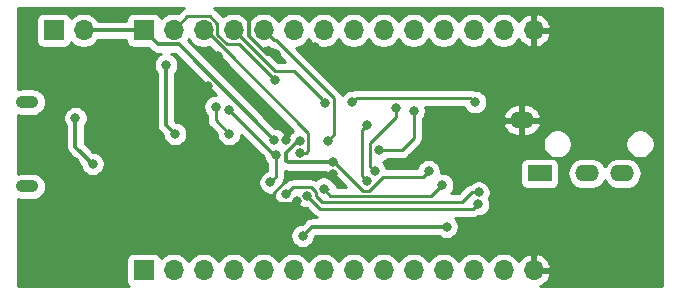
<source format=gbr>
%TF.GenerationSoftware,KiCad,Pcbnew,(5.1.6)-1*%
%TF.CreationDate,2020-10-29T00:16:48-05:00*%
%TF.ProjectId,VS1000BreakoutV2,56533130-3030-4427-9265-616b6f757456,rev?*%
%TF.SameCoordinates,Original*%
%TF.FileFunction,Copper,L2,Bot*%
%TF.FilePolarity,Positive*%
%FSLAX46Y46*%
G04 Gerber Fmt 4.6, Leading zero omitted, Abs format (unit mm)*
G04 Created by KiCad (PCBNEW (5.1.6)-1) date 2020-10-29 00:16:48*
%MOMM*%
%LPD*%
G01*
G04 APERTURE LIST*
%TA.AperFunction,ComponentPad*%
%ADD10O,1.700000X1.700000*%
%TD*%
%TA.AperFunction,ComponentPad*%
%ADD11R,1.700000X1.700000*%
%TD*%
%TA.AperFunction,ComponentPad*%
%ADD12O,2.000000X1.400000*%
%TD*%
%TA.AperFunction,ComponentPad*%
%ADD13R,2.000000X1.400000*%
%TD*%
%TA.AperFunction,ComponentPad*%
%ADD14O,1.900000X1.050000*%
%TD*%
%TA.AperFunction,ViaPad*%
%ADD15C,0.800000*%
%TD*%
%TA.AperFunction,Conductor*%
%ADD16C,0.300000*%
%TD*%
%TA.AperFunction,Conductor*%
%ADD17C,0.250000*%
%TD*%
%TA.AperFunction,Conductor*%
%ADD18C,0.254000*%
%TD*%
G04 APERTURE END LIST*
D10*
%TO.P,J2,14*%
%TO.N,GND*%
X129540000Y-127000000D03*
%TO.P,J2,13*%
%TO.N,GPIO_11*%
X127000000Y-127000000D03*
%TO.P,J2,12*%
%TO.N,GPIO_10*%
X124460000Y-127000000D03*
%TO.P,J2,11*%
%TO.N,GPIO_9*%
X121920000Y-127000000D03*
%TO.P,J2,10*%
%TO.N,GPIO_8*%
X119380000Y-127000000D03*
%TO.P,J2,9*%
%TO.N,GPIO_7*%
X116840000Y-127000000D03*
%TO.P,J2,8*%
%TO.N,GPIO_6*%
X114300000Y-127000000D03*
%TO.P,J2,7*%
%TO.N,GPIO_5*%
X111760000Y-127000000D03*
%TO.P,J2,6*%
%TO.N,GPIO_4*%
X109220000Y-127000000D03*
%TO.P,J2,5*%
%TO.N,GPIO_3*%
X106680000Y-127000000D03*
%TO.P,J2,4*%
%TO.N,GPIO_2*%
X104140000Y-127000000D03*
%TO.P,J2,3*%
%TO.N,GPIO_1*%
X101600000Y-127000000D03*
%TO.P,J2,2*%
%TO.N,GPIO_0*%
X99060000Y-127000000D03*
D11*
%TO.P,J2,1*%
%TO.N,RESET*%
X96520000Y-127000000D03*
%TD*%
D10*
%TO.P,J4,14*%
%TO.N,GND*%
X129540000Y-106680000D03*
%TO.P,J4,13*%
%TO.N,L_AC*%
X127000000Y-106680000D03*
%TO.P,J4,12*%
%TO.N,R_AC*%
X124460000Y-106680000D03*
%TO.P,J4,11*%
%TO.N,GPIO_14*%
X121920000Y-106680000D03*
%TO.P,J4,10*%
%TO.N,GPIO_13*%
X119380000Y-106680000D03*
%TO.P,J4,9*%
%TO.N,GPIO_12*%
X116840000Y-106680000D03*
%TO.P,J4,8*%
%TO.N,CS*%
X114300000Y-106680000D03*
%TO.P,J4,7*%
%TO.N,MISO*%
X111760000Y-106680000D03*
%TO.P,J4,6*%
%TO.N,MOSI*%
X109220000Y-106680000D03*
%TO.P,J4,5*%
%TO.N,SCK*%
X106680000Y-106680000D03*
%TO.P,J4,4*%
%TO.N,TX*%
X104140000Y-106680000D03*
%TO.P,J4,3*%
%TO.N,RX*%
X101600000Y-106680000D03*
%TO.P,J4,2*%
%TO.N,VDD*%
X99060000Y-106680000D03*
D11*
%TO.P,J4,1*%
%TO.N,+5V*%
X96520000Y-106680000D03*
%TD*%
D12*
%TO.P,J5,S*%
%TO.N,GND*%
X128548000Y-114300000D03*
D13*
%TO.P,J5,T*%
%TO.N,L_AC*%
X130048000Y-118800000D03*
D12*
%TO.P,J5,R1*%
%TO.N,R_AC*%
X134048000Y-118800000D03*
%TO.P,J5,R2*%
%TO.N,Net-(J5-PadR2)*%
X137048000Y-118800000D03*
%TD*%
D14*
%TO.P,J3,6*%
%TO.N,Net-(J3-Pad6)*%
X86684000Y-119907000D03*
X86684000Y-112757000D03*
%TD*%
D10*
%TO.P,J1,2*%
%TO.N,+5V*%
X91440000Y-106680000D03*
D11*
%TO.P,J1,1*%
%TO.N,Net-(J1-Pad1)*%
X88900000Y-106680000D03*
%TD*%
D15*
%TO.N,GND*%
X92075000Y-109474000D03*
X95123000Y-112776000D03*
X110998000Y-108077000D03*
X107696000Y-108712000D03*
X90678000Y-117856000D03*
X91186000Y-125476000D03*
X100584000Y-116459000D03*
X103632000Y-116967000D03*
X109474000Y-121158000D03*
X131318000Y-124333000D03*
X131064000Y-112522000D03*
X112522000Y-118872000D03*
X108599344Y-115981331D03*
X101975200Y-111417876D03*
X102844089Y-108886513D03*
X105410000Y-105156000D03*
X123444000Y-114808000D03*
%TO.N,CS*%
X121793000Y-119761000D03*
X111762911Y-120082082D03*
%TO.N,VDDA*%
X107696000Y-117221000D03*
X103759000Y-113411000D03*
X107696000Y-117221000D03*
X107256862Y-119555818D03*
%TO.N,+5V*%
X107569000Y-115951000D03*
X92202000Y-117983000D03*
X90744001Y-114112001D03*
%TO.N,Net-(J1-Pad1)*%
X103759000Y-115443000D03*
X102616000Y-113157000D03*
%TO.N,GPIO_14*%
X116459000Y-116840000D03*
X119380000Y-113501010D03*
%TO.N,GPIO_13*%
X116078000Y-118618000D03*
X117856000Y-113284000D03*
%TO.N,GPIO_12*%
X115438809Y-114719838D03*
X115405852Y-119427169D03*
%TO.N,MISO*%
X124587000Y-112776000D03*
X114173000Y-112776000D03*
%TO.N,SCK*%
X112127777Y-116016655D03*
%TO.N,TX*%
X111915910Y-112804910D03*
%TO.N,RX*%
X109726100Y-117078010D03*
%TO.N,LEFT*%
X124878889Y-120412706D03*
X108594912Y-120522407D03*
%TO.N,RIGHT*%
X124841000Y-121412000D03*
X110379493Y-120733611D03*
%TO.N,VDD*%
X120650000Y-118618000D03*
X109982000Y-124079000D03*
X122174000Y-123317000D03*
X109728000Y-116078000D03*
X112522000Y-117856000D03*
X99187000Y-115443000D03*
X98425000Y-109601000D03*
X107631036Y-110871000D03*
%TD*%
D16*
%TO.N,GND*%
X106935998Y-108712000D02*
X105410000Y-107186002D01*
X107696000Y-108712000D02*
X106935998Y-108712000D01*
X105410000Y-107186002D02*
X105410000Y-105918000D01*
D17*
X112522000Y-118872000D02*
X109093000Y-118872000D01*
X109093000Y-118872000D02*
X107442000Y-120523000D01*
X107442000Y-120523000D02*
X107442000Y-121285000D01*
X109347000Y-121285000D02*
X109474000Y-121158000D01*
X107442000Y-121285000D02*
X109347000Y-121285000D01*
D16*
X105410000Y-105918000D02*
X105410000Y-105156000D01*
D17*
%TO.N,CS*%
X112159999Y-120160999D02*
X112081082Y-120082082D01*
X112081082Y-120082082D02*
X111762911Y-120082082D01*
X121793000Y-119761000D02*
X120834989Y-120719011D01*
X112337011Y-120719011D02*
X111778999Y-120160999D01*
X120834989Y-120719011D02*
X112337011Y-120719011D01*
%TO.N,VDDA*%
X103759000Y-113411000D02*
X107569000Y-117221000D01*
X107569000Y-117221000D02*
X107696000Y-117221000D01*
X107696000Y-119116680D02*
X107256862Y-119555818D01*
X107696000Y-117221000D02*
X107696000Y-119116680D01*
D16*
%TO.N,+5V*%
X97720001Y-107880001D02*
X96520000Y-106680000D01*
X99498001Y-107880001D02*
X97720001Y-107880001D01*
X107569000Y-115951000D02*
X99498001Y-107880001D01*
X96520000Y-106680000D02*
X91440000Y-106680000D01*
X92202000Y-117983000D02*
X90744001Y-116525001D01*
X90744001Y-116525001D02*
X90744001Y-114112001D01*
D17*
%TO.N,Net-(J1-Pad1)*%
X102616000Y-114300000D02*
X102616000Y-113157000D01*
X103759000Y-115443000D02*
X102616000Y-114300000D01*
%TO.N,GPIO_14*%
X118364000Y-116840000D02*
X116459000Y-116840000D01*
X119380000Y-113501010D02*
X119380000Y-115824000D01*
X119380000Y-115824000D02*
X118364000Y-116840000D01*
%TO.N,GPIO_13*%
X117856000Y-113284000D02*
X117856000Y-114046000D01*
X117856000Y-114046000D02*
X115697000Y-116205000D01*
X115697000Y-118237000D02*
X116078000Y-118618000D01*
X115697000Y-116205000D02*
X115697000Y-118237000D01*
%TO.N,GPIO_12*%
X115038810Y-115119837D02*
X115038810Y-119060127D01*
X115038810Y-119060127D02*
X115405852Y-119427169D01*
X115438809Y-114719838D02*
X115038810Y-115119837D01*
%TO.N,MISO*%
X114572999Y-112376001D02*
X114173000Y-112776000D01*
X124587000Y-112776000D02*
X124187001Y-112376001D01*
X124187001Y-112376001D02*
X114572999Y-112376001D01*
%TO.N,SCK*%
X112640912Y-115503520D02*
X112127777Y-116016655D01*
X112640912Y-112456908D02*
X112640912Y-115503520D01*
X107529999Y-107529999D02*
X107714003Y-107529999D01*
X107714003Y-107529999D02*
X112640912Y-112456908D01*
X106680000Y-106680000D02*
X107529999Y-107529999D01*
%TO.N,TX*%
X107605999Y-110145999D02*
X109256999Y-110145999D01*
X109256999Y-110145999D02*
X111515911Y-112404911D01*
X111515911Y-112404911D02*
X111915910Y-112804910D01*
X104140000Y-106680000D02*
X107605999Y-110145999D01*
%TO.N,RX*%
X103389599Y-108305012D02*
X103407240Y-108305012D01*
X110291785Y-117078010D02*
X109726100Y-117078010D01*
X101764587Y-106680000D02*
X103389599Y-108305012D01*
X110453001Y-115350773D02*
X110453001Y-116916794D01*
X103407240Y-108305012D02*
X110453001Y-115350773D01*
X101600000Y-106680000D02*
X101764587Y-106680000D01*
X110453001Y-116916794D02*
X110291785Y-117078010D01*
%TO.N,LEFT*%
X111104495Y-120385609D02*
X110707877Y-119988991D01*
X110707877Y-119988991D02*
X109128328Y-119988991D01*
X124878889Y-120412706D02*
X124313204Y-120412706D01*
X109128328Y-119988991D02*
X108594912Y-120522407D01*
X111104495Y-120696797D02*
X111104495Y-120385609D01*
X111634709Y-121227011D02*
X111104495Y-120696797D01*
X123498899Y-121227011D02*
X111634709Y-121227011D01*
X124313204Y-120412706D02*
X123498899Y-121227011D01*
%TO.N,RIGHT*%
X124441001Y-121811999D02*
X111457881Y-121811999D01*
X111457881Y-121811999D02*
X110379493Y-120733611D01*
X124841000Y-121412000D02*
X124441001Y-121811999D01*
D16*
%TO.N,VDD*%
X109982000Y-124079000D02*
X110744000Y-123317000D01*
X110744000Y-123317000D02*
X122174000Y-123317000D01*
X109728000Y-116078000D02*
X109601000Y-116078000D01*
X109601000Y-116078000D02*
X108585000Y-117094000D01*
X108585000Y-117094000D02*
X108585000Y-117729000D01*
X108585000Y-117729000D02*
X108712000Y-117856000D01*
X108712000Y-117856000D02*
X112522000Y-117856000D01*
X99187000Y-115443000D02*
X98425000Y-114681000D01*
X98425000Y-114681000D02*
X98425000Y-109601000D01*
D17*
X100235001Y-105504999D02*
X99060000Y-106680000D01*
X102775001Y-106115999D02*
X102164001Y-105504999D01*
X103575999Y-107855001D02*
X102775001Y-107054003D01*
X104615037Y-107855001D02*
X103575999Y-107855001D01*
X107631036Y-110871000D02*
X104615037Y-107855001D01*
X102775001Y-107054003D02*
X102775001Y-106115999D01*
X102164001Y-105504999D02*
X100235001Y-105504999D01*
X112649000Y-117856000D02*
X115062000Y-120269000D01*
X112522000Y-117856000D02*
X112649000Y-117856000D01*
X115062000Y-120269000D02*
X115637023Y-120269000D01*
X115637023Y-120269000D02*
X116803001Y-119103022D01*
X120164978Y-119103022D02*
X120650000Y-118618000D01*
X116803001Y-119103022D02*
X120164978Y-119103022D01*
%TD*%
D18*
%TO.N,GND*%
G36*
X99810725Y-104870025D02*
G01*
X99695000Y-104964998D01*
X99671202Y-104993996D01*
X99426408Y-105238790D01*
X99206260Y-105195000D01*
X98913740Y-105195000D01*
X98626842Y-105252068D01*
X98356589Y-105364010D01*
X98113368Y-105526525D01*
X97981513Y-105658380D01*
X97959502Y-105585820D01*
X97900537Y-105475506D01*
X97821185Y-105378815D01*
X97724494Y-105299463D01*
X97614180Y-105240498D01*
X97494482Y-105204188D01*
X97370000Y-105191928D01*
X95670000Y-105191928D01*
X95545518Y-105204188D01*
X95425820Y-105240498D01*
X95315506Y-105299463D01*
X95218815Y-105378815D01*
X95139463Y-105475506D01*
X95080498Y-105585820D01*
X95044188Y-105705518D01*
X95031928Y-105830000D01*
X95031928Y-105895000D01*
X92701474Y-105895000D01*
X92593475Y-105733368D01*
X92386632Y-105526525D01*
X92143411Y-105364010D01*
X91873158Y-105252068D01*
X91586260Y-105195000D01*
X91293740Y-105195000D01*
X91006842Y-105252068D01*
X90736589Y-105364010D01*
X90493368Y-105526525D01*
X90361513Y-105658380D01*
X90339502Y-105585820D01*
X90280537Y-105475506D01*
X90201185Y-105378815D01*
X90104494Y-105299463D01*
X89994180Y-105240498D01*
X89874482Y-105204188D01*
X89750000Y-105191928D01*
X88050000Y-105191928D01*
X87925518Y-105204188D01*
X87805820Y-105240498D01*
X87695506Y-105299463D01*
X87598815Y-105378815D01*
X87519463Y-105475506D01*
X87460498Y-105585820D01*
X87424188Y-105705518D01*
X87411928Y-105830000D01*
X87411928Y-107530000D01*
X87424188Y-107654482D01*
X87460498Y-107774180D01*
X87519463Y-107884494D01*
X87598815Y-107981185D01*
X87695506Y-108060537D01*
X87805820Y-108119502D01*
X87925518Y-108155812D01*
X88050000Y-108168072D01*
X89750000Y-108168072D01*
X89874482Y-108155812D01*
X89994180Y-108119502D01*
X90104494Y-108060537D01*
X90201185Y-107981185D01*
X90280537Y-107884494D01*
X90339502Y-107774180D01*
X90361513Y-107701620D01*
X90493368Y-107833475D01*
X90736589Y-107995990D01*
X91006842Y-108107932D01*
X91293740Y-108165000D01*
X91586260Y-108165000D01*
X91873158Y-108107932D01*
X92143411Y-107995990D01*
X92386632Y-107833475D01*
X92593475Y-107626632D01*
X92701474Y-107465000D01*
X95031928Y-107465000D01*
X95031928Y-107530000D01*
X95044188Y-107654482D01*
X95080498Y-107774180D01*
X95139463Y-107884494D01*
X95218815Y-107981185D01*
X95315506Y-108060537D01*
X95425820Y-108119502D01*
X95545518Y-108155812D01*
X95670000Y-108168072D01*
X96897915Y-108168072D01*
X97137654Y-108407811D01*
X97162237Y-108437765D01*
X97281768Y-108535863D01*
X97412564Y-108605774D01*
X97418141Y-108608755D01*
X97566114Y-108653643D01*
X97641027Y-108661021D01*
X97681440Y-108665001D01*
X97681445Y-108665001D01*
X97720001Y-108668798D01*
X97758557Y-108665001D01*
X97980116Y-108665001D01*
X97934744Y-108683795D01*
X97765226Y-108797063D01*
X97621063Y-108941226D01*
X97507795Y-109110744D01*
X97429774Y-109299102D01*
X97390000Y-109499061D01*
X97390000Y-109702939D01*
X97429774Y-109902898D01*
X97507795Y-110091256D01*
X97621063Y-110260774D01*
X97640001Y-110279712D01*
X97640000Y-114642447D01*
X97636203Y-114681000D01*
X97640000Y-114719553D01*
X97640000Y-114719560D01*
X97651359Y-114834886D01*
X97696246Y-114982859D01*
X97769138Y-115119232D01*
X97867236Y-115238764D01*
X97897190Y-115263347D01*
X98152000Y-115518157D01*
X98152000Y-115544939D01*
X98191774Y-115744898D01*
X98269795Y-115933256D01*
X98383063Y-116102774D01*
X98527226Y-116246937D01*
X98696744Y-116360205D01*
X98885102Y-116438226D01*
X99085061Y-116478000D01*
X99288939Y-116478000D01*
X99488898Y-116438226D01*
X99677256Y-116360205D01*
X99846774Y-116246937D01*
X99990937Y-116102774D01*
X100104205Y-115933256D01*
X100182226Y-115744898D01*
X100222000Y-115544939D01*
X100222000Y-115341061D01*
X100182226Y-115141102D01*
X100104205Y-114952744D01*
X99990937Y-114783226D01*
X99846774Y-114639063D01*
X99677256Y-114525795D01*
X99488898Y-114447774D01*
X99288939Y-114408000D01*
X99262157Y-114408000D01*
X99210000Y-114355843D01*
X99210000Y-110279711D01*
X99228937Y-110260774D01*
X99342205Y-110091256D01*
X99420226Y-109902898D01*
X99460000Y-109702939D01*
X99460000Y-109499061D01*
X99420226Y-109299102D01*
X99342205Y-109110744D01*
X99228937Y-108941226D01*
X99084774Y-108797063D01*
X98915256Y-108683795D01*
X98869884Y-108665001D01*
X99172844Y-108665001D01*
X102629843Y-112122000D01*
X102514061Y-112122000D01*
X102314102Y-112161774D01*
X102125744Y-112239795D01*
X101956226Y-112353063D01*
X101812063Y-112497226D01*
X101698795Y-112666744D01*
X101620774Y-112855102D01*
X101581000Y-113055061D01*
X101581000Y-113258939D01*
X101620774Y-113458898D01*
X101698795Y-113647256D01*
X101812063Y-113816774D01*
X101856000Y-113860711D01*
X101856000Y-114262677D01*
X101852324Y-114300000D01*
X101856000Y-114337322D01*
X101856000Y-114337332D01*
X101866997Y-114448985D01*
X101903965Y-114570853D01*
X101910454Y-114592246D01*
X101981026Y-114724276D01*
X102020008Y-114771775D01*
X102075999Y-114840001D01*
X102105002Y-114863804D01*
X102724000Y-115482802D01*
X102724000Y-115544939D01*
X102763774Y-115744898D01*
X102841795Y-115933256D01*
X102955063Y-116102774D01*
X103099226Y-116246937D01*
X103268744Y-116360205D01*
X103457102Y-116438226D01*
X103657061Y-116478000D01*
X103860939Y-116478000D01*
X104060898Y-116438226D01*
X104249256Y-116360205D01*
X104418774Y-116246937D01*
X104562937Y-116102774D01*
X104676205Y-115933256D01*
X104754226Y-115744898D01*
X104794000Y-115544939D01*
X104794000Y-115520801D01*
X106677105Y-117403907D01*
X106700774Y-117522898D01*
X106778795Y-117711256D01*
X106892063Y-117880774D01*
X106936000Y-117924711D01*
X106936001Y-118568447D01*
X106766606Y-118638613D01*
X106597088Y-118751881D01*
X106452925Y-118896044D01*
X106339657Y-119065562D01*
X106261636Y-119253920D01*
X106221862Y-119453879D01*
X106221862Y-119657757D01*
X106261636Y-119857716D01*
X106339657Y-120046074D01*
X106452925Y-120215592D01*
X106597088Y-120359755D01*
X106766606Y-120473023D01*
X106954964Y-120551044D01*
X107154923Y-120590818D01*
X107358801Y-120590818D01*
X107558760Y-120551044D01*
X107559912Y-120550567D01*
X107559912Y-120624346D01*
X107599686Y-120824305D01*
X107677707Y-121012663D01*
X107790975Y-121182181D01*
X107935138Y-121326344D01*
X108104656Y-121439612D01*
X108293014Y-121517633D01*
X108492973Y-121557407D01*
X108696851Y-121557407D01*
X108896810Y-121517633D01*
X109085168Y-121439612D01*
X109254686Y-121326344D01*
X109398849Y-121182181D01*
X109427352Y-121139524D01*
X109462288Y-121223867D01*
X109575556Y-121393385D01*
X109719719Y-121537548D01*
X109889237Y-121650816D01*
X110077595Y-121728837D01*
X110277554Y-121768611D01*
X110339692Y-121768611D01*
X110894082Y-122323002D01*
X110917880Y-122352000D01*
X110946878Y-122375798D01*
X111033604Y-122446973D01*
X111157249Y-122513063D01*
X111165634Y-122517545D01*
X111213287Y-122532000D01*
X110782556Y-122532000D01*
X110744000Y-122528203D01*
X110705444Y-122532000D01*
X110705439Y-122532000D01*
X110665026Y-122535980D01*
X110590113Y-122543358D01*
X110442140Y-122588246D01*
X110305767Y-122661138D01*
X110186236Y-122759236D01*
X110161653Y-122789190D01*
X109906843Y-123044000D01*
X109880061Y-123044000D01*
X109680102Y-123083774D01*
X109491744Y-123161795D01*
X109322226Y-123275063D01*
X109178063Y-123419226D01*
X109064795Y-123588744D01*
X108986774Y-123777102D01*
X108947000Y-123977061D01*
X108947000Y-124180939D01*
X108986774Y-124380898D01*
X109064795Y-124569256D01*
X109178063Y-124738774D01*
X109322226Y-124882937D01*
X109491744Y-124996205D01*
X109680102Y-125074226D01*
X109880061Y-125114000D01*
X110083939Y-125114000D01*
X110283898Y-125074226D01*
X110472256Y-124996205D01*
X110641774Y-124882937D01*
X110785937Y-124738774D01*
X110899205Y-124569256D01*
X110977226Y-124380898D01*
X111017000Y-124180939D01*
X111017000Y-124154157D01*
X111069157Y-124102000D01*
X121495289Y-124102000D01*
X121514226Y-124120937D01*
X121683744Y-124234205D01*
X121872102Y-124312226D01*
X122072061Y-124352000D01*
X122275939Y-124352000D01*
X122475898Y-124312226D01*
X122664256Y-124234205D01*
X122833774Y-124120937D01*
X122977937Y-123976774D01*
X123091205Y-123807256D01*
X123169226Y-123618898D01*
X123209000Y-123418939D01*
X123209000Y-123215061D01*
X123169226Y-123015102D01*
X123091205Y-122826744D01*
X122977937Y-122657226D01*
X122892710Y-122571999D01*
X124403679Y-122571999D01*
X124441001Y-122575675D01*
X124478323Y-122571999D01*
X124478334Y-122571999D01*
X124589987Y-122561002D01*
X124733248Y-122517545D01*
X124865226Y-122447000D01*
X124942939Y-122447000D01*
X125142898Y-122407226D01*
X125331256Y-122329205D01*
X125500774Y-122215937D01*
X125644937Y-122071774D01*
X125758205Y-121902256D01*
X125836226Y-121713898D01*
X125876000Y-121513939D01*
X125876000Y-121310061D01*
X125836226Y-121110102D01*
X125767902Y-120945154D01*
X125796094Y-120902962D01*
X125874115Y-120714604D01*
X125913889Y-120514645D01*
X125913889Y-120310767D01*
X125874115Y-120110808D01*
X125796094Y-119922450D01*
X125682826Y-119752932D01*
X125538663Y-119608769D01*
X125369145Y-119495501D01*
X125180787Y-119417480D01*
X124980828Y-119377706D01*
X124776950Y-119377706D01*
X124576991Y-119417480D01*
X124388633Y-119495501D01*
X124219115Y-119608769D01*
X124164165Y-119663719D01*
X124020957Y-119707160D01*
X123888928Y-119777732D01*
X123773203Y-119872705D01*
X123749405Y-119901704D01*
X123184098Y-120467011D01*
X122550700Y-120467011D01*
X122596937Y-120420774D01*
X122710205Y-120251256D01*
X122788226Y-120062898D01*
X122828000Y-119862939D01*
X122828000Y-119659061D01*
X122788226Y-119459102D01*
X122710205Y-119270744D01*
X122596937Y-119101226D01*
X122452774Y-118957063D01*
X122283256Y-118843795D01*
X122094898Y-118765774D01*
X121894939Y-118726000D01*
X121691061Y-118726000D01*
X121683495Y-118727505D01*
X121685000Y-118719939D01*
X121685000Y-118516061D01*
X121645226Y-118316102D01*
X121567205Y-118127744D01*
X121548668Y-118100000D01*
X128409928Y-118100000D01*
X128409928Y-119500000D01*
X128422188Y-119624482D01*
X128458498Y-119744180D01*
X128517463Y-119854494D01*
X128596815Y-119951185D01*
X128693506Y-120030537D01*
X128803820Y-120089502D01*
X128923518Y-120125812D01*
X129048000Y-120138072D01*
X131048000Y-120138072D01*
X131172482Y-120125812D01*
X131292180Y-120089502D01*
X131402494Y-120030537D01*
X131499185Y-119951185D01*
X131578537Y-119854494D01*
X131637502Y-119744180D01*
X131673812Y-119624482D01*
X131686072Y-119500000D01*
X131686072Y-118800000D01*
X132406541Y-118800000D01*
X132432317Y-119061706D01*
X132508653Y-119313354D01*
X132632618Y-119545275D01*
X132799445Y-119748555D01*
X133002725Y-119915382D01*
X133234646Y-120039347D01*
X133486294Y-120115683D01*
X133682421Y-120135000D01*
X134413579Y-120135000D01*
X134609706Y-120115683D01*
X134861354Y-120039347D01*
X135093275Y-119915382D01*
X135296555Y-119748555D01*
X135463382Y-119545275D01*
X135548000Y-119386967D01*
X135632618Y-119545275D01*
X135799445Y-119748555D01*
X136002725Y-119915382D01*
X136234646Y-120039347D01*
X136486294Y-120115683D01*
X136682421Y-120135000D01*
X137413579Y-120135000D01*
X137609706Y-120115683D01*
X137861354Y-120039347D01*
X138093275Y-119915382D01*
X138296555Y-119748555D01*
X138463382Y-119545275D01*
X138587347Y-119313354D01*
X138663683Y-119061706D01*
X138689459Y-118800000D01*
X138663683Y-118538294D01*
X138587347Y-118286646D01*
X138463382Y-118054725D01*
X138296555Y-117851445D01*
X138093275Y-117684618D01*
X137861354Y-117560653D01*
X137609706Y-117484317D01*
X137413579Y-117465000D01*
X136682421Y-117465000D01*
X136486294Y-117484317D01*
X136234646Y-117560653D01*
X136002725Y-117684618D01*
X135799445Y-117851445D01*
X135632618Y-118054725D01*
X135548000Y-118213033D01*
X135463382Y-118054725D01*
X135296555Y-117851445D01*
X135093275Y-117684618D01*
X134861354Y-117560653D01*
X134609706Y-117484317D01*
X134413579Y-117465000D01*
X133682421Y-117465000D01*
X133486294Y-117484317D01*
X133234646Y-117560653D01*
X133002725Y-117684618D01*
X132799445Y-117851445D01*
X132632618Y-118054725D01*
X132508653Y-118286646D01*
X132432317Y-118538294D01*
X132406541Y-118800000D01*
X131686072Y-118800000D01*
X131686072Y-118100000D01*
X131673812Y-117975518D01*
X131637502Y-117855820D01*
X131578537Y-117745506D01*
X131499185Y-117648815D01*
X131402494Y-117569463D01*
X131292180Y-117510498D01*
X131271225Y-117504141D01*
X131426363Y-117535000D01*
X131669637Y-117535000D01*
X131908236Y-117487540D01*
X132132992Y-117394443D01*
X132335267Y-117259287D01*
X132507287Y-117087267D01*
X132642443Y-116884992D01*
X132735540Y-116660236D01*
X132783000Y-116421637D01*
X132783000Y-116178363D01*
X137313000Y-116178363D01*
X137313000Y-116421637D01*
X137360460Y-116660236D01*
X137453557Y-116884992D01*
X137588713Y-117087267D01*
X137760733Y-117259287D01*
X137963008Y-117394443D01*
X138187764Y-117487540D01*
X138426363Y-117535000D01*
X138669637Y-117535000D01*
X138908236Y-117487540D01*
X139132992Y-117394443D01*
X139335267Y-117259287D01*
X139507287Y-117087267D01*
X139642443Y-116884992D01*
X139735540Y-116660236D01*
X139783000Y-116421637D01*
X139783000Y-116178363D01*
X139735540Y-115939764D01*
X139642443Y-115715008D01*
X139507287Y-115512733D01*
X139335267Y-115340713D01*
X139132992Y-115205557D01*
X138908236Y-115112460D01*
X138669637Y-115065000D01*
X138426363Y-115065000D01*
X138187764Y-115112460D01*
X137963008Y-115205557D01*
X137760733Y-115340713D01*
X137588713Y-115512733D01*
X137453557Y-115715008D01*
X137360460Y-115939764D01*
X137313000Y-116178363D01*
X132783000Y-116178363D01*
X132735540Y-115939764D01*
X132642443Y-115715008D01*
X132507287Y-115512733D01*
X132335267Y-115340713D01*
X132132992Y-115205557D01*
X131908236Y-115112460D01*
X131669637Y-115065000D01*
X131426363Y-115065000D01*
X131187764Y-115112460D01*
X130963008Y-115205557D01*
X130760733Y-115340713D01*
X130588713Y-115512733D01*
X130453557Y-115715008D01*
X130360460Y-115939764D01*
X130313000Y-116178363D01*
X130313000Y-116421637D01*
X130360460Y-116660236D01*
X130453557Y-116884992D01*
X130588713Y-117087267D01*
X130760733Y-117259287D01*
X130963008Y-117394443D01*
X131150241Y-117471998D01*
X131048000Y-117461928D01*
X129048000Y-117461928D01*
X128923518Y-117474188D01*
X128803820Y-117510498D01*
X128693506Y-117569463D01*
X128596815Y-117648815D01*
X128517463Y-117745506D01*
X128458498Y-117855820D01*
X128422188Y-117975518D01*
X128409928Y-118100000D01*
X121548668Y-118100000D01*
X121453937Y-117958226D01*
X121309774Y-117814063D01*
X121140256Y-117700795D01*
X120951898Y-117622774D01*
X120751939Y-117583000D01*
X120548061Y-117583000D01*
X120348102Y-117622774D01*
X120159744Y-117700795D01*
X119990226Y-117814063D01*
X119846063Y-117958226D01*
X119732795Y-118127744D01*
X119654774Y-118316102D01*
X119649419Y-118343022D01*
X117078581Y-118343022D01*
X117073226Y-118316102D01*
X116995205Y-118127744D01*
X116881937Y-117958226D01*
X116759262Y-117835551D01*
X116760898Y-117835226D01*
X116949256Y-117757205D01*
X117118774Y-117643937D01*
X117162711Y-117600000D01*
X118326678Y-117600000D01*
X118364000Y-117603676D01*
X118401322Y-117600000D01*
X118401333Y-117600000D01*
X118512986Y-117589003D01*
X118656247Y-117545546D01*
X118788276Y-117474974D01*
X118904001Y-117380001D01*
X118927804Y-117350998D01*
X119891003Y-116387799D01*
X119920001Y-116364001D01*
X119957745Y-116318010D01*
X120014974Y-116248277D01*
X120085546Y-116116247D01*
X120094488Y-116086769D01*
X120129003Y-115972986D01*
X120140000Y-115861333D01*
X120140000Y-115861323D01*
X120143676Y-115824000D01*
X120140000Y-115786678D01*
X120140000Y-114633329D01*
X126955284Y-114633329D01*
X126966020Y-114693550D01*
X127067431Y-114936090D01*
X127214210Y-115154185D01*
X127400717Y-115339455D01*
X127619785Y-115484779D01*
X127862995Y-115584572D01*
X128121000Y-115635000D01*
X128421000Y-115635000D01*
X128421000Y-114427000D01*
X128675000Y-114427000D01*
X128675000Y-115635000D01*
X128975000Y-115635000D01*
X129233005Y-115584572D01*
X129476215Y-115484779D01*
X129695283Y-115339455D01*
X129881790Y-115154185D01*
X130028569Y-114936090D01*
X130129980Y-114693550D01*
X130140716Y-114633329D01*
X130017374Y-114427000D01*
X128675000Y-114427000D01*
X128421000Y-114427000D01*
X127078626Y-114427000D01*
X126955284Y-114633329D01*
X120140000Y-114633329D01*
X120140000Y-114204721D01*
X120183937Y-114160784D01*
X120297205Y-113991266D01*
X120307392Y-113966671D01*
X126955284Y-113966671D01*
X127078626Y-114173000D01*
X128421000Y-114173000D01*
X128421000Y-112965000D01*
X128675000Y-112965000D01*
X128675000Y-114173000D01*
X130017374Y-114173000D01*
X130140716Y-113966671D01*
X130129980Y-113906450D01*
X130028569Y-113663910D01*
X129881790Y-113445815D01*
X129695283Y-113260545D01*
X129476215Y-113115221D01*
X129233005Y-113015428D01*
X128975000Y-112965000D01*
X128675000Y-112965000D01*
X128421000Y-112965000D01*
X128121000Y-112965000D01*
X127862995Y-113015428D01*
X127619785Y-113115221D01*
X127400717Y-113260545D01*
X127214210Y-113445815D01*
X127067431Y-113663910D01*
X126966020Y-113906450D01*
X126955284Y-113966671D01*
X120307392Y-113966671D01*
X120375226Y-113802908D01*
X120415000Y-113602949D01*
X120415000Y-113399071D01*
X120375226Y-113199112D01*
X120349084Y-113136001D01*
X123615841Y-113136001D01*
X123669795Y-113266256D01*
X123783063Y-113435774D01*
X123927226Y-113579937D01*
X124096744Y-113693205D01*
X124285102Y-113771226D01*
X124485061Y-113811000D01*
X124688939Y-113811000D01*
X124888898Y-113771226D01*
X125077256Y-113693205D01*
X125246774Y-113579937D01*
X125390937Y-113435774D01*
X125504205Y-113266256D01*
X125582226Y-113077898D01*
X125622000Y-112877939D01*
X125622000Y-112674061D01*
X125582226Y-112474102D01*
X125504205Y-112285744D01*
X125390937Y-112116226D01*
X125246774Y-111972063D01*
X125077256Y-111858795D01*
X124888898Y-111780774D01*
X124688939Y-111741000D01*
X124611226Y-111741000D01*
X124479248Y-111670455D01*
X124335987Y-111626998D01*
X124224334Y-111616001D01*
X124224323Y-111616001D01*
X124187001Y-111612325D01*
X124149679Y-111616001D01*
X114610321Y-111616001D01*
X114572998Y-111612325D01*
X114535676Y-111616001D01*
X114535666Y-111616001D01*
X114424013Y-111626998D01*
X114280752Y-111670455D01*
X114148774Y-111741000D01*
X114071061Y-111741000D01*
X113871102Y-111780774D01*
X113682744Y-111858795D01*
X113513226Y-111972063D01*
X113369063Y-112116226D01*
X113342121Y-112156547D01*
X113275886Y-112032632D01*
X113204711Y-111945905D01*
X113180913Y-111916907D01*
X113151916Y-111893110D01*
X109414258Y-108155453D01*
X109653158Y-108107932D01*
X109923411Y-107995990D01*
X110166632Y-107833475D01*
X110373475Y-107626632D01*
X110490000Y-107452240D01*
X110606525Y-107626632D01*
X110813368Y-107833475D01*
X111056589Y-107995990D01*
X111326842Y-108107932D01*
X111613740Y-108165000D01*
X111906260Y-108165000D01*
X112193158Y-108107932D01*
X112463411Y-107995990D01*
X112706632Y-107833475D01*
X112913475Y-107626632D01*
X113030000Y-107452240D01*
X113146525Y-107626632D01*
X113353368Y-107833475D01*
X113596589Y-107995990D01*
X113866842Y-108107932D01*
X114153740Y-108165000D01*
X114446260Y-108165000D01*
X114733158Y-108107932D01*
X115003411Y-107995990D01*
X115246632Y-107833475D01*
X115453475Y-107626632D01*
X115570000Y-107452240D01*
X115686525Y-107626632D01*
X115893368Y-107833475D01*
X116136589Y-107995990D01*
X116406842Y-108107932D01*
X116693740Y-108165000D01*
X116986260Y-108165000D01*
X117273158Y-108107932D01*
X117543411Y-107995990D01*
X117786632Y-107833475D01*
X117993475Y-107626632D01*
X118110000Y-107452240D01*
X118226525Y-107626632D01*
X118433368Y-107833475D01*
X118676589Y-107995990D01*
X118946842Y-108107932D01*
X119233740Y-108165000D01*
X119526260Y-108165000D01*
X119813158Y-108107932D01*
X120083411Y-107995990D01*
X120326632Y-107833475D01*
X120533475Y-107626632D01*
X120650000Y-107452240D01*
X120766525Y-107626632D01*
X120973368Y-107833475D01*
X121216589Y-107995990D01*
X121486842Y-108107932D01*
X121773740Y-108165000D01*
X122066260Y-108165000D01*
X122353158Y-108107932D01*
X122623411Y-107995990D01*
X122866632Y-107833475D01*
X123073475Y-107626632D01*
X123190000Y-107452240D01*
X123306525Y-107626632D01*
X123513368Y-107833475D01*
X123756589Y-107995990D01*
X124026842Y-108107932D01*
X124313740Y-108165000D01*
X124606260Y-108165000D01*
X124893158Y-108107932D01*
X125163411Y-107995990D01*
X125406632Y-107833475D01*
X125613475Y-107626632D01*
X125730000Y-107452240D01*
X125846525Y-107626632D01*
X126053368Y-107833475D01*
X126296589Y-107995990D01*
X126566842Y-108107932D01*
X126853740Y-108165000D01*
X127146260Y-108165000D01*
X127433158Y-108107932D01*
X127703411Y-107995990D01*
X127946632Y-107833475D01*
X128153475Y-107626632D01*
X128275195Y-107444466D01*
X128344822Y-107561355D01*
X128539731Y-107777588D01*
X128773080Y-107951641D01*
X129035901Y-108076825D01*
X129183110Y-108121476D01*
X129413000Y-108000155D01*
X129413000Y-106807000D01*
X129667000Y-106807000D01*
X129667000Y-108000155D01*
X129896890Y-108121476D01*
X130044099Y-108076825D01*
X130306920Y-107951641D01*
X130540269Y-107777588D01*
X130735178Y-107561355D01*
X130884157Y-107311252D01*
X130981481Y-107036891D01*
X130860814Y-106807000D01*
X129667000Y-106807000D01*
X129413000Y-106807000D01*
X129393000Y-106807000D01*
X129393000Y-106553000D01*
X129413000Y-106553000D01*
X129413000Y-105359845D01*
X129667000Y-105359845D01*
X129667000Y-106553000D01*
X130860814Y-106553000D01*
X130981481Y-106323109D01*
X130884157Y-106048748D01*
X130735178Y-105798645D01*
X130540269Y-105582412D01*
X130306920Y-105408359D01*
X130044099Y-105283175D01*
X129896890Y-105238524D01*
X129667000Y-105359845D01*
X129413000Y-105359845D01*
X129183110Y-105238524D01*
X129035901Y-105283175D01*
X128773080Y-105408359D01*
X128539731Y-105582412D01*
X128344822Y-105798645D01*
X128275195Y-105915534D01*
X128153475Y-105733368D01*
X127946632Y-105526525D01*
X127703411Y-105364010D01*
X127433158Y-105252068D01*
X127146260Y-105195000D01*
X126853740Y-105195000D01*
X126566842Y-105252068D01*
X126296589Y-105364010D01*
X126053368Y-105526525D01*
X125846525Y-105733368D01*
X125730000Y-105907760D01*
X125613475Y-105733368D01*
X125406632Y-105526525D01*
X125163411Y-105364010D01*
X124893158Y-105252068D01*
X124606260Y-105195000D01*
X124313740Y-105195000D01*
X124026842Y-105252068D01*
X123756589Y-105364010D01*
X123513368Y-105526525D01*
X123306525Y-105733368D01*
X123190000Y-105907760D01*
X123073475Y-105733368D01*
X122866632Y-105526525D01*
X122623411Y-105364010D01*
X122353158Y-105252068D01*
X122066260Y-105195000D01*
X121773740Y-105195000D01*
X121486842Y-105252068D01*
X121216589Y-105364010D01*
X120973368Y-105526525D01*
X120766525Y-105733368D01*
X120650000Y-105907760D01*
X120533475Y-105733368D01*
X120326632Y-105526525D01*
X120083411Y-105364010D01*
X119813158Y-105252068D01*
X119526260Y-105195000D01*
X119233740Y-105195000D01*
X118946842Y-105252068D01*
X118676589Y-105364010D01*
X118433368Y-105526525D01*
X118226525Y-105733368D01*
X118110000Y-105907760D01*
X117993475Y-105733368D01*
X117786632Y-105526525D01*
X117543411Y-105364010D01*
X117273158Y-105252068D01*
X116986260Y-105195000D01*
X116693740Y-105195000D01*
X116406842Y-105252068D01*
X116136589Y-105364010D01*
X115893368Y-105526525D01*
X115686525Y-105733368D01*
X115570000Y-105907760D01*
X115453475Y-105733368D01*
X115246632Y-105526525D01*
X115003411Y-105364010D01*
X114733158Y-105252068D01*
X114446260Y-105195000D01*
X114153740Y-105195000D01*
X113866842Y-105252068D01*
X113596589Y-105364010D01*
X113353368Y-105526525D01*
X113146525Y-105733368D01*
X113030000Y-105907760D01*
X112913475Y-105733368D01*
X112706632Y-105526525D01*
X112463411Y-105364010D01*
X112193158Y-105252068D01*
X111906260Y-105195000D01*
X111613740Y-105195000D01*
X111326842Y-105252068D01*
X111056589Y-105364010D01*
X110813368Y-105526525D01*
X110606525Y-105733368D01*
X110490000Y-105907760D01*
X110373475Y-105733368D01*
X110166632Y-105526525D01*
X109923411Y-105364010D01*
X109653158Y-105252068D01*
X109366260Y-105195000D01*
X109073740Y-105195000D01*
X108786842Y-105252068D01*
X108516589Y-105364010D01*
X108273368Y-105526525D01*
X108066525Y-105733368D01*
X107950000Y-105907760D01*
X107833475Y-105733368D01*
X107626632Y-105526525D01*
X107383411Y-105364010D01*
X107113158Y-105252068D01*
X106826260Y-105195000D01*
X106533740Y-105195000D01*
X106246842Y-105252068D01*
X105976589Y-105364010D01*
X105733368Y-105526525D01*
X105526525Y-105733368D01*
X105410000Y-105907760D01*
X105293475Y-105733368D01*
X105086632Y-105526525D01*
X104843411Y-105364010D01*
X104573158Y-105252068D01*
X104286260Y-105195000D01*
X103993740Y-105195000D01*
X103706842Y-105252068D01*
X103436589Y-105364010D01*
X103233509Y-105499704D01*
X102727804Y-104994001D01*
X102704002Y-104964998D01*
X102588277Y-104870025D01*
X102457271Y-104800000D01*
X140437000Y-104800000D01*
X140437001Y-106647581D01*
X140437000Y-126905418D01*
X140437001Y-126905428D01*
X140437000Y-128372000D01*
X130096219Y-128372000D01*
X130306920Y-128271641D01*
X130540269Y-128097588D01*
X130735178Y-127881355D01*
X130884157Y-127631252D01*
X130981481Y-127356891D01*
X130860814Y-127127000D01*
X129667000Y-127127000D01*
X129667000Y-127147000D01*
X129413000Y-127147000D01*
X129413000Y-127127000D01*
X129393000Y-127127000D01*
X129393000Y-126873000D01*
X129413000Y-126873000D01*
X129413000Y-125679845D01*
X129667000Y-125679845D01*
X129667000Y-126873000D01*
X130860814Y-126873000D01*
X130981481Y-126643109D01*
X130884157Y-126368748D01*
X130735178Y-126118645D01*
X130540269Y-125902412D01*
X130306920Y-125728359D01*
X130044099Y-125603175D01*
X129896890Y-125558524D01*
X129667000Y-125679845D01*
X129413000Y-125679845D01*
X129183110Y-125558524D01*
X129035901Y-125603175D01*
X128773080Y-125728359D01*
X128539731Y-125902412D01*
X128344822Y-126118645D01*
X128275195Y-126235534D01*
X128153475Y-126053368D01*
X127946632Y-125846525D01*
X127703411Y-125684010D01*
X127433158Y-125572068D01*
X127146260Y-125515000D01*
X126853740Y-125515000D01*
X126566842Y-125572068D01*
X126296589Y-125684010D01*
X126053368Y-125846525D01*
X125846525Y-126053368D01*
X125730000Y-126227760D01*
X125613475Y-126053368D01*
X125406632Y-125846525D01*
X125163411Y-125684010D01*
X124893158Y-125572068D01*
X124606260Y-125515000D01*
X124313740Y-125515000D01*
X124026842Y-125572068D01*
X123756589Y-125684010D01*
X123513368Y-125846525D01*
X123306525Y-126053368D01*
X123190000Y-126227760D01*
X123073475Y-126053368D01*
X122866632Y-125846525D01*
X122623411Y-125684010D01*
X122353158Y-125572068D01*
X122066260Y-125515000D01*
X121773740Y-125515000D01*
X121486842Y-125572068D01*
X121216589Y-125684010D01*
X120973368Y-125846525D01*
X120766525Y-126053368D01*
X120650000Y-126227760D01*
X120533475Y-126053368D01*
X120326632Y-125846525D01*
X120083411Y-125684010D01*
X119813158Y-125572068D01*
X119526260Y-125515000D01*
X119233740Y-125515000D01*
X118946842Y-125572068D01*
X118676589Y-125684010D01*
X118433368Y-125846525D01*
X118226525Y-126053368D01*
X118110000Y-126227760D01*
X117993475Y-126053368D01*
X117786632Y-125846525D01*
X117543411Y-125684010D01*
X117273158Y-125572068D01*
X116986260Y-125515000D01*
X116693740Y-125515000D01*
X116406842Y-125572068D01*
X116136589Y-125684010D01*
X115893368Y-125846525D01*
X115686525Y-126053368D01*
X115570000Y-126227760D01*
X115453475Y-126053368D01*
X115246632Y-125846525D01*
X115003411Y-125684010D01*
X114733158Y-125572068D01*
X114446260Y-125515000D01*
X114153740Y-125515000D01*
X113866842Y-125572068D01*
X113596589Y-125684010D01*
X113353368Y-125846525D01*
X113146525Y-126053368D01*
X113030000Y-126227760D01*
X112913475Y-126053368D01*
X112706632Y-125846525D01*
X112463411Y-125684010D01*
X112193158Y-125572068D01*
X111906260Y-125515000D01*
X111613740Y-125515000D01*
X111326842Y-125572068D01*
X111056589Y-125684010D01*
X110813368Y-125846525D01*
X110606525Y-126053368D01*
X110490000Y-126227760D01*
X110373475Y-126053368D01*
X110166632Y-125846525D01*
X109923411Y-125684010D01*
X109653158Y-125572068D01*
X109366260Y-125515000D01*
X109073740Y-125515000D01*
X108786842Y-125572068D01*
X108516589Y-125684010D01*
X108273368Y-125846525D01*
X108066525Y-126053368D01*
X107950000Y-126227760D01*
X107833475Y-126053368D01*
X107626632Y-125846525D01*
X107383411Y-125684010D01*
X107113158Y-125572068D01*
X106826260Y-125515000D01*
X106533740Y-125515000D01*
X106246842Y-125572068D01*
X105976589Y-125684010D01*
X105733368Y-125846525D01*
X105526525Y-126053368D01*
X105410000Y-126227760D01*
X105293475Y-126053368D01*
X105086632Y-125846525D01*
X104843411Y-125684010D01*
X104573158Y-125572068D01*
X104286260Y-125515000D01*
X103993740Y-125515000D01*
X103706842Y-125572068D01*
X103436589Y-125684010D01*
X103193368Y-125846525D01*
X102986525Y-126053368D01*
X102870000Y-126227760D01*
X102753475Y-126053368D01*
X102546632Y-125846525D01*
X102303411Y-125684010D01*
X102033158Y-125572068D01*
X101746260Y-125515000D01*
X101453740Y-125515000D01*
X101166842Y-125572068D01*
X100896589Y-125684010D01*
X100653368Y-125846525D01*
X100446525Y-126053368D01*
X100330000Y-126227760D01*
X100213475Y-126053368D01*
X100006632Y-125846525D01*
X99763411Y-125684010D01*
X99493158Y-125572068D01*
X99206260Y-125515000D01*
X98913740Y-125515000D01*
X98626842Y-125572068D01*
X98356589Y-125684010D01*
X98113368Y-125846525D01*
X97981513Y-125978380D01*
X97959502Y-125905820D01*
X97900537Y-125795506D01*
X97821185Y-125698815D01*
X97724494Y-125619463D01*
X97614180Y-125560498D01*
X97494482Y-125524188D01*
X97370000Y-125511928D01*
X95670000Y-125511928D01*
X95545518Y-125524188D01*
X95425820Y-125560498D01*
X95315506Y-125619463D01*
X95218815Y-125698815D01*
X95139463Y-125795506D01*
X95080498Y-125905820D01*
X95044188Y-126025518D01*
X95031928Y-126150000D01*
X95031928Y-127850000D01*
X95044188Y-127974482D01*
X95080498Y-128094180D01*
X95139463Y-128204494D01*
X95218815Y-128301185D01*
X95305104Y-128372000D01*
X85877000Y-128372000D01*
X85877000Y-121003317D01*
X86031600Y-121050215D01*
X86202021Y-121067000D01*
X87165979Y-121067000D01*
X87336400Y-121050215D01*
X87555060Y-120983885D01*
X87756579Y-120876171D01*
X87933212Y-120731212D01*
X88078171Y-120554579D01*
X88185885Y-120353060D01*
X88252215Y-120134400D01*
X88274612Y-119907000D01*
X88252215Y-119679600D01*
X88185885Y-119460940D01*
X88078171Y-119259421D01*
X87933212Y-119082788D01*
X87756579Y-118937829D01*
X87555060Y-118830115D01*
X87336400Y-118763785D01*
X87165979Y-118747000D01*
X86202021Y-118747000D01*
X86031600Y-118763785D01*
X85877000Y-118810683D01*
X85877000Y-114010062D01*
X89709001Y-114010062D01*
X89709001Y-114213940D01*
X89748775Y-114413899D01*
X89826796Y-114602257D01*
X89940064Y-114771775D01*
X89959002Y-114790713D01*
X89959001Y-116486448D01*
X89955204Y-116525001D01*
X89959001Y-116563554D01*
X89959001Y-116563561D01*
X89970360Y-116678887D01*
X90015247Y-116826860D01*
X90088139Y-116963233D01*
X90186237Y-117082765D01*
X90216191Y-117107348D01*
X91167000Y-118058158D01*
X91167000Y-118084939D01*
X91206774Y-118284898D01*
X91284795Y-118473256D01*
X91398063Y-118642774D01*
X91542226Y-118786937D01*
X91711744Y-118900205D01*
X91900102Y-118978226D01*
X92100061Y-119018000D01*
X92303939Y-119018000D01*
X92503898Y-118978226D01*
X92692256Y-118900205D01*
X92861774Y-118786937D01*
X93005937Y-118642774D01*
X93119205Y-118473256D01*
X93197226Y-118284898D01*
X93237000Y-118084939D01*
X93237000Y-117881061D01*
X93197226Y-117681102D01*
X93119205Y-117492744D01*
X93005937Y-117323226D01*
X92861774Y-117179063D01*
X92692256Y-117065795D01*
X92503898Y-116987774D01*
X92303939Y-116948000D01*
X92277158Y-116948000D01*
X91529001Y-116199844D01*
X91529001Y-114790712D01*
X91547938Y-114771775D01*
X91661206Y-114602257D01*
X91739227Y-114413899D01*
X91779001Y-114213940D01*
X91779001Y-114010062D01*
X91739227Y-113810103D01*
X91661206Y-113621745D01*
X91547938Y-113452227D01*
X91403775Y-113308064D01*
X91234257Y-113194796D01*
X91045899Y-113116775D01*
X90845940Y-113077001D01*
X90642062Y-113077001D01*
X90442103Y-113116775D01*
X90253745Y-113194796D01*
X90084227Y-113308064D01*
X89940064Y-113452227D01*
X89826796Y-113621745D01*
X89748775Y-113810103D01*
X89709001Y-114010062D01*
X85877000Y-114010062D01*
X85877000Y-113853317D01*
X86031600Y-113900215D01*
X86202021Y-113917000D01*
X87165979Y-113917000D01*
X87336400Y-113900215D01*
X87555060Y-113833885D01*
X87756579Y-113726171D01*
X87933212Y-113581212D01*
X88078171Y-113404579D01*
X88185885Y-113203060D01*
X88252215Y-112984400D01*
X88274612Y-112757000D01*
X88252215Y-112529600D01*
X88185885Y-112310940D01*
X88078171Y-112109421D01*
X87933212Y-111932788D01*
X87756579Y-111787829D01*
X87555060Y-111680115D01*
X87336400Y-111613785D01*
X87165979Y-111597000D01*
X86202021Y-111597000D01*
X86031600Y-111613785D01*
X85877000Y-111660683D01*
X85877000Y-104800000D01*
X99941731Y-104800000D01*
X99810725Y-104870025D01*
G37*
X99810725Y-104870025D02*
X99695000Y-104964998D01*
X99671202Y-104993996D01*
X99426408Y-105238790D01*
X99206260Y-105195000D01*
X98913740Y-105195000D01*
X98626842Y-105252068D01*
X98356589Y-105364010D01*
X98113368Y-105526525D01*
X97981513Y-105658380D01*
X97959502Y-105585820D01*
X97900537Y-105475506D01*
X97821185Y-105378815D01*
X97724494Y-105299463D01*
X97614180Y-105240498D01*
X97494482Y-105204188D01*
X97370000Y-105191928D01*
X95670000Y-105191928D01*
X95545518Y-105204188D01*
X95425820Y-105240498D01*
X95315506Y-105299463D01*
X95218815Y-105378815D01*
X95139463Y-105475506D01*
X95080498Y-105585820D01*
X95044188Y-105705518D01*
X95031928Y-105830000D01*
X95031928Y-105895000D01*
X92701474Y-105895000D01*
X92593475Y-105733368D01*
X92386632Y-105526525D01*
X92143411Y-105364010D01*
X91873158Y-105252068D01*
X91586260Y-105195000D01*
X91293740Y-105195000D01*
X91006842Y-105252068D01*
X90736589Y-105364010D01*
X90493368Y-105526525D01*
X90361513Y-105658380D01*
X90339502Y-105585820D01*
X90280537Y-105475506D01*
X90201185Y-105378815D01*
X90104494Y-105299463D01*
X89994180Y-105240498D01*
X89874482Y-105204188D01*
X89750000Y-105191928D01*
X88050000Y-105191928D01*
X87925518Y-105204188D01*
X87805820Y-105240498D01*
X87695506Y-105299463D01*
X87598815Y-105378815D01*
X87519463Y-105475506D01*
X87460498Y-105585820D01*
X87424188Y-105705518D01*
X87411928Y-105830000D01*
X87411928Y-107530000D01*
X87424188Y-107654482D01*
X87460498Y-107774180D01*
X87519463Y-107884494D01*
X87598815Y-107981185D01*
X87695506Y-108060537D01*
X87805820Y-108119502D01*
X87925518Y-108155812D01*
X88050000Y-108168072D01*
X89750000Y-108168072D01*
X89874482Y-108155812D01*
X89994180Y-108119502D01*
X90104494Y-108060537D01*
X90201185Y-107981185D01*
X90280537Y-107884494D01*
X90339502Y-107774180D01*
X90361513Y-107701620D01*
X90493368Y-107833475D01*
X90736589Y-107995990D01*
X91006842Y-108107932D01*
X91293740Y-108165000D01*
X91586260Y-108165000D01*
X91873158Y-108107932D01*
X92143411Y-107995990D01*
X92386632Y-107833475D01*
X92593475Y-107626632D01*
X92701474Y-107465000D01*
X95031928Y-107465000D01*
X95031928Y-107530000D01*
X95044188Y-107654482D01*
X95080498Y-107774180D01*
X95139463Y-107884494D01*
X95218815Y-107981185D01*
X95315506Y-108060537D01*
X95425820Y-108119502D01*
X95545518Y-108155812D01*
X95670000Y-108168072D01*
X96897915Y-108168072D01*
X97137654Y-108407811D01*
X97162237Y-108437765D01*
X97281768Y-108535863D01*
X97412564Y-108605774D01*
X97418141Y-108608755D01*
X97566114Y-108653643D01*
X97641027Y-108661021D01*
X97681440Y-108665001D01*
X97681445Y-108665001D01*
X97720001Y-108668798D01*
X97758557Y-108665001D01*
X97980116Y-108665001D01*
X97934744Y-108683795D01*
X97765226Y-108797063D01*
X97621063Y-108941226D01*
X97507795Y-109110744D01*
X97429774Y-109299102D01*
X97390000Y-109499061D01*
X97390000Y-109702939D01*
X97429774Y-109902898D01*
X97507795Y-110091256D01*
X97621063Y-110260774D01*
X97640001Y-110279712D01*
X97640000Y-114642447D01*
X97636203Y-114681000D01*
X97640000Y-114719553D01*
X97640000Y-114719560D01*
X97651359Y-114834886D01*
X97696246Y-114982859D01*
X97769138Y-115119232D01*
X97867236Y-115238764D01*
X97897190Y-115263347D01*
X98152000Y-115518157D01*
X98152000Y-115544939D01*
X98191774Y-115744898D01*
X98269795Y-115933256D01*
X98383063Y-116102774D01*
X98527226Y-116246937D01*
X98696744Y-116360205D01*
X98885102Y-116438226D01*
X99085061Y-116478000D01*
X99288939Y-116478000D01*
X99488898Y-116438226D01*
X99677256Y-116360205D01*
X99846774Y-116246937D01*
X99990937Y-116102774D01*
X100104205Y-115933256D01*
X100182226Y-115744898D01*
X100222000Y-115544939D01*
X100222000Y-115341061D01*
X100182226Y-115141102D01*
X100104205Y-114952744D01*
X99990937Y-114783226D01*
X99846774Y-114639063D01*
X99677256Y-114525795D01*
X99488898Y-114447774D01*
X99288939Y-114408000D01*
X99262157Y-114408000D01*
X99210000Y-114355843D01*
X99210000Y-110279711D01*
X99228937Y-110260774D01*
X99342205Y-110091256D01*
X99420226Y-109902898D01*
X99460000Y-109702939D01*
X99460000Y-109499061D01*
X99420226Y-109299102D01*
X99342205Y-109110744D01*
X99228937Y-108941226D01*
X99084774Y-108797063D01*
X98915256Y-108683795D01*
X98869884Y-108665001D01*
X99172844Y-108665001D01*
X102629843Y-112122000D01*
X102514061Y-112122000D01*
X102314102Y-112161774D01*
X102125744Y-112239795D01*
X101956226Y-112353063D01*
X101812063Y-112497226D01*
X101698795Y-112666744D01*
X101620774Y-112855102D01*
X101581000Y-113055061D01*
X101581000Y-113258939D01*
X101620774Y-113458898D01*
X101698795Y-113647256D01*
X101812063Y-113816774D01*
X101856000Y-113860711D01*
X101856000Y-114262677D01*
X101852324Y-114300000D01*
X101856000Y-114337322D01*
X101856000Y-114337332D01*
X101866997Y-114448985D01*
X101903965Y-114570853D01*
X101910454Y-114592246D01*
X101981026Y-114724276D01*
X102020008Y-114771775D01*
X102075999Y-114840001D01*
X102105002Y-114863804D01*
X102724000Y-115482802D01*
X102724000Y-115544939D01*
X102763774Y-115744898D01*
X102841795Y-115933256D01*
X102955063Y-116102774D01*
X103099226Y-116246937D01*
X103268744Y-116360205D01*
X103457102Y-116438226D01*
X103657061Y-116478000D01*
X103860939Y-116478000D01*
X104060898Y-116438226D01*
X104249256Y-116360205D01*
X104418774Y-116246937D01*
X104562937Y-116102774D01*
X104676205Y-115933256D01*
X104754226Y-115744898D01*
X104794000Y-115544939D01*
X104794000Y-115520801D01*
X106677105Y-117403907D01*
X106700774Y-117522898D01*
X106778795Y-117711256D01*
X106892063Y-117880774D01*
X106936000Y-117924711D01*
X106936001Y-118568447D01*
X106766606Y-118638613D01*
X106597088Y-118751881D01*
X106452925Y-118896044D01*
X106339657Y-119065562D01*
X106261636Y-119253920D01*
X106221862Y-119453879D01*
X106221862Y-119657757D01*
X106261636Y-119857716D01*
X106339657Y-120046074D01*
X106452925Y-120215592D01*
X106597088Y-120359755D01*
X106766606Y-120473023D01*
X106954964Y-120551044D01*
X107154923Y-120590818D01*
X107358801Y-120590818D01*
X107558760Y-120551044D01*
X107559912Y-120550567D01*
X107559912Y-120624346D01*
X107599686Y-120824305D01*
X107677707Y-121012663D01*
X107790975Y-121182181D01*
X107935138Y-121326344D01*
X108104656Y-121439612D01*
X108293014Y-121517633D01*
X108492973Y-121557407D01*
X108696851Y-121557407D01*
X108896810Y-121517633D01*
X109085168Y-121439612D01*
X109254686Y-121326344D01*
X109398849Y-121182181D01*
X109427352Y-121139524D01*
X109462288Y-121223867D01*
X109575556Y-121393385D01*
X109719719Y-121537548D01*
X109889237Y-121650816D01*
X110077595Y-121728837D01*
X110277554Y-121768611D01*
X110339692Y-121768611D01*
X110894082Y-122323002D01*
X110917880Y-122352000D01*
X110946878Y-122375798D01*
X111033604Y-122446973D01*
X111157249Y-122513063D01*
X111165634Y-122517545D01*
X111213287Y-122532000D01*
X110782556Y-122532000D01*
X110744000Y-122528203D01*
X110705444Y-122532000D01*
X110705439Y-122532000D01*
X110665026Y-122535980D01*
X110590113Y-122543358D01*
X110442140Y-122588246D01*
X110305767Y-122661138D01*
X110186236Y-122759236D01*
X110161653Y-122789190D01*
X109906843Y-123044000D01*
X109880061Y-123044000D01*
X109680102Y-123083774D01*
X109491744Y-123161795D01*
X109322226Y-123275063D01*
X109178063Y-123419226D01*
X109064795Y-123588744D01*
X108986774Y-123777102D01*
X108947000Y-123977061D01*
X108947000Y-124180939D01*
X108986774Y-124380898D01*
X109064795Y-124569256D01*
X109178063Y-124738774D01*
X109322226Y-124882937D01*
X109491744Y-124996205D01*
X109680102Y-125074226D01*
X109880061Y-125114000D01*
X110083939Y-125114000D01*
X110283898Y-125074226D01*
X110472256Y-124996205D01*
X110641774Y-124882937D01*
X110785937Y-124738774D01*
X110899205Y-124569256D01*
X110977226Y-124380898D01*
X111017000Y-124180939D01*
X111017000Y-124154157D01*
X111069157Y-124102000D01*
X121495289Y-124102000D01*
X121514226Y-124120937D01*
X121683744Y-124234205D01*
X121872102Y-124312226D01*
X122072061Y-124352000D01*
X122275939Y-124352000D01*
X122475898Y-124312226D01*
X122664256Y-124234205D01*
X122833774Y-124120937D01*
X122977937Y-123976774D01*
X123091205Y-123807256D01*
X123169226Y-123618898D01*
X123209000Y-123418939D01*
X123209000Y-123215061D01*
X123169226Y-123015102D01*
X123091205Y-122826744D01*
X122977937Y-122657226D01*
X122892710Y-122571999D01*
X124403679Y-122571999D01*
X124441001Y-122575675D01*
X124478323Y-122571999D01*
X124478334Y-122571999D01*
X124589987Y-122561002D01*
X124733248Y-122517545D01*
X124865226Y-122447000D01*
X124942939Y-122447000D01*
X125142898Y-122407226D01*
X125331256Y-122329205D01*
X125500774Y-122215937D01*
X125644937Y-122071774D01*
X125758205Y-121902256D01*
X125836226Y-121713898D01*
X125876000Y-121513939D01*
X125876000Y-121310061D01*
X125836226Y-121110102D01*
X125767902Y-120945154D01*
X125796094Y-120902962D01*
X125874115Y-120714604D01*
X125913889Y-120514645D01*
X125913889Y-120310767D01*
X125874115Y-120110808D01*
X125796094Y-119922450D01*
X125682826Y-119752932D01*
X125538663Y-119608769D01*
X125369145Y-119495501D01*
X125180787Y-119417480D01*
X124980828Y-119377706D01*
X124776950Y-119377706D01*
X124576991Y-119417480D01*
X124388633Y-119495501D01*
X124219115Y-119608769D01*
X124164165Y-119663719D01*
X124020957Y-119707160D01*
X123888928Y-119777732D01*
X123773203Y-119872705D01*
X123749405Y-119901704D01*
X123184098Y-120467011D01*
X122550700Y-120467011D01*
X122596937Y-120420774D01*
X122710205Y-120251256D01*
X122788226Y-120062898D01*
X122828000Y-119862939D01*
X122828000Y-119659061D01*
X122788226Y-119459102D01*
X122710205Y-119270744D01*
X122596937Y-119101226D01*
X122452774Y-118957063D01*
X122283256Y-118843795D01*
X122094898Y-118765774D01*
X121894939Y-118726000D01*
X121691061Y-118726000D01*
X121683495Y-118727505D01*
X121685000Y-118719939D01*
X121685000Y-118516061D01*
X121645226Y-118316102D01*
X121567205Y-118127744D01*
X121548668Y-118100000D01*
X128409928Y-118100000D01*
X128409928Y-119500000D01*
X128422188Y-119624482D01*
X128458498Y-119744180D01*
X128517463Y-119854494D01*
X128596815Y-119951185D01*
X128693506Y-120030537D01*
X128803820Y-120089502D01*
X128923518Y-120125812D01*
X129048000Y-120138072D01*
X131048000Y-120138072D01*
X131172482Y-120125812D01*
X131292180Y-120089502D01*
X131402494Y-120030537D01*
X131499185Y-119951185D01*
X131578537Y-119854494D01*
X131637502Y-119744180D01*
X131673812Y-119624482D01*
X131686072Y-119500000D01*
X131686072Y-118800000D01*
X132406541Y-118800000D01*
X132432317Y-119061706D01*
X132508653Y-119313354D01*
X132632618Y-119545275D01*
X132799445Y-119748555D01*
X133002725Y-119915382D01*
X133234646Y-120039347D01*
X133486294Y-120115683D01*
X133682421Y-120135000D01*
X134413579Y-120135000D01*
X134609706Y-120115683D01*
X134861354Y-120039347D01*
X135093275Y-119915382D01*
X135296555Y-119748555D01*
X135463382Y-119545275D01*
X135548000Y-119386967D01*
X135632618Y-119545275D01*
X135799445Y-119748555D01*
X136002725Y-119915382D01*
X136234646Y-120039347D01*
X136486294Y-120115683D01*
X136682421Y-120135000D01*
X137413579Y-120135000D01*
X137609706Y-120115683D01*
X137861354Y-120039347D01*
X138093275Y-119915382D01*
X138296555Y-119748555D01*
X138463382Y-119545275D01*
X138587347Y-119313354D01*
X138663683Y-119061706D01*
X138689459Y-118800000D01*
X138663683Y-118538294D01*
X138587347Y-118286646D01*
X138463382Y-118054725D01*
X138296555Y-117851445D01*
X138093275Y-117684618D01*
X137861354Y-117560653D01*
X137609706Y-117484317D01*
X137413579Y-117465000D01*
X136682421Y-117465000D01*
X136486294Y-117484317D01*
X136234646Y-117560653D01*
X136002725Y-117684618D01*
X135799445Y-117851445D01*
X135632618Y-118054725D01*
X135548000Y-118213033D01*
X135463382Y-118054725D01*
X135296555Y-117851445D01*
X135093275Y-117684618D01*
X134861354Y-117560653D01*
X134609706Y-117484317D01*
X134413579Y-117465000D01*
X133682421Y-117465000D01*
X133486294Y-117484317D01*
X133234646Y-117560653D01*
X133002725Y-117684618D01*
X132799445Y-117851445D01*
X132632618Y-118054725D01*
X132508653Y-118286646D01*
X132432317Y-118538294D01*
X132406541Y-118800000D01*
X131686072Y-118800000D01*
X131686072Y-118100000D01*
X131673812Y-117975518D01*
X131637502Y-117855820D01*
X131578537Y-117745506D01*
X131499185Y-117648815D01*
X131402494Y-117569463D01*
X131292180Y-117510498D01*
X131271225Y-117504141D01*
X131426363Y-117535000D01*
X131669637Y-117535000D01*
X131908236Y-117487540D01*
X132132992Y-117394443D01*
X132335267Y-117259287D01*
X132507287Y-117087267D01*
X132642443Y-116884992D01*
X132735540Y-116660236D01*
X132783000Y-116421637D01*
X132783000Y-116178363D01*
X137313000Y-116178363D01*
X137313000Y-116421637D01*
X137360460Y-116660236D01*
X137453557Y-116884992D01*
X137588713Y-117087267D01*
X137760733Y-117259287D01*
X137963008Y-117394443D01*
X138187764Y-117487540D01*
X138426363Y-117535000D01*
X138669637Y-117535000D01*
X138908236Y-117487540D01*
X139132992Y-117394443D01*
X139335267Y-117259287D01*
X139507287Y-117087267D01*
X139642443Y-116884992D01*
X139735540Y-116660236D01*
X139783000Y-116421637D01*
X139783000Y-116178363D01*
X139735540Y-115939764D01*
X139642443Y-115715008D01*
X139507287Y-115512733D01*
X139335267Y-115340713D01*
X139132992Y-115205557D01*
X138908236Y-115112460D01*
X138669637Y-115065000D01*
X138426363Y-115065000D01*
X138187764Y-115112460D01*
X137963008Y-115205557D01*
X137760733Y-115340713D01*
X137588713Y-115512733D01*
X137453557Y-115715008D01*
X137360460Y-115939764D01*
X137313000Y-116178363D01*
X132783000Y-116178363D01*
X132735540Y-115939764D01*
X132642443Y-115715008D01*
X132507287Y-115512733D01*
X132335267Y-115340713D01*
X132132992Y-115205557D01*
X131908236Y-115112460D01*
X131669637Y-115065000D01*
X131426363Y-115065000D01*
X131187764Y-115112460D01*
X130963008Y-115205557D01*
X130760733Y-115340713D01*
X130588713Y-115512733D01*
X130453557Y-115715008D01*
X130360460Y-115939764D01*
X130313000Y-116178363D01*
X130313000Y-116421637D01*
X130360460Y-116660236D01*
X130453557Y-116884992D01*
X130588713Y-117087267D01*
X130760733Y-117259287D01*
X130963008Y-117394443D01*
X131150241Y-117471998D01*
X131048000Y-117461928D01*
X129048000Y-117461928D01*
X128923518Y-117474188D01*
X128803820Y-117510498D01*
X128693506Y-117569463D01*
X128596815Y-117648815D01*
X128517463Y-117745506D01*
X128458498Y-117855820D01*
X128422188Y-117975518D01*
X128409928Y-118100000D01*
X121548668Y-118100000D01*
X121453937Y-117958226D01*
X121309774Y-117814063D01*
X121140256Y-117700795D01*
X120951898Y-117622774D01*
X120751939Y-117583000D01*
X120548061Y-117583000D01*
X120348102Y-117622774D01*
X120159744Y-117700795D01*
X119990226Y-117814063D01*
X119846063Y-117958226D01*
X119732795Y-118127744D01*
X119654774Y-118316102D01*
X119649419Y-118343022D01*
X117078581Y-118343022D01*
X117073226Y-118316102D01*
X116995205Y-118127744D01*
X116881937Y-117958226D01*
X116759262Y-117835551D01*
X116760898Y-117835226D01*
X116949256Y-117757205D01*
X117118774Y-117643937D01*
X117162711Y-117600000D01*
X118326678Y-117600000D01*
X118364000Y-117603676D01*
X118401322Y-117600000D01*
X118401333Y-117600000D01*
X118512986Y-117589003D01*
X118656247Y-117545546D01*
X118788276Y-117474974D01*
X118904001Y-117380001D01*
X118927804Y-117350998D01*
X119891003Y-116387799D01*
X119920001Y-116364001D01*
X119957745Y-116318010D01*
X120014974Y-116248277D01*
X120085546Y-116116247D01*
X120094488Y-116086769D01*
X120129003Y-115972986D01*
X120140000Y-115861333D01*
X120140000Y-115861323D01*
X120143676Y-115824000D01*
X120140000Y-115786678D01*
X120140000Y-114633329D01*
X126955284Y-114633329D01*
X126966020Y-114693550D01*
X127067431Y-114936090D01*
X127214210Y-115154185D01*
X127400717Y-115339455D01*
X127619785Y-115484779D01*
X127862995Y-115584572D01*
X128121000Y-115635000D01*
X128421000Y-115635000D01*
X128421000Y-114427000D01*
X128675000Y-114427000D01*
X128675000Y-115635000D01*
X128975000Y-115635000D01*
X129233005Y-115584572D01*
X129476215Y-115484779D01*
X129695283Y-115339455D01*
X129881790Y-115154185D01*
X130028569Y-114936090D01*
X130129980Y-114693550D01*
X130140716Y-114633329D01*
X130017374Y-114427000D01*
X128675000Y-114427000D01*
X128421000Y-114427000D01*
X127078626Y-114427000D01*
X126955284Y-114633329D01*
X120140000Y-114633329D01*
X120140000Y-114204721D01*
X120183937Y-114160784D01*
X120297205Y-113991266D01*
X120307392Y-113966671D01*
X126955284Y-113966671D01*
X127078626Y-114173000D01*
X128421000Y-114173000D01*
X128421000Y-112965000D01*
X128675000Y-112965000D01*
X128675000Y-114173000D01*
X130017374Y-114173000D01*
X130140716Y-113966671D01*
X130129980Y-113906450D01*
X130028569Y-113663910D01*
X129881790Y-113445815D01*
X129695283Y-113260545D01*
X129476215Y-113115221D01*
X129233005Y-113015428D01*
X128975000Y-112965000D01*
X128675000Y-112965000D01*
X128421000Y-112965000D01*
X128121000Y-112965000D01*
X127862995Y-113015428D01*
X127619785Y-113115221D01*
X127400717Y-113260545D01*
X127214210Y-113445815D01*
X127067431Y-113663910D01*
X126966020Y-113906450D01*
X126955284Y-113966671D01*
X120307392Y-113966671D01*
X120375226Y-113802908D01*
X120415000Y-113602949D01*
X120415000Y-113399071D01*
X120375226Y-113199112D01*
X120349084Y-113136001D01*
X123615841Y-113136001D01*
X123669795Y-113266256D01*
X123783063Y-113435774D01*
X123927226Y-113579937D01*
X124096744Y-113693205D01*
X124285102Y-113771226D01*
X124485061Y-113811000D01*
X124688939Y-113811000D01*
X124888898Y-113771226D01*
X125077256Y-113693205D01*
X125246774Y-113579937D01*
X125390937Y-113435774D01*
X125504205Y-113266256D01*
X125582226Y-113077898D01*
X125622000Y-112877939D01*
X125622000Y-112674061D01*
X125582226Y-112474102D01*
X125504205Y-112285744D01*
X125390937Y-112116226D01*
X125246774Y-111972063D01*
X125077256Y-111858795D01*
X124888898Y-111780774D01*
X124688939Y-111741000D01*
X124611226Y-111741000D01*
X124479248Y-111670455D01*
X124335987Y-111626998D01*
X124224334Y-111616001D01*
X124224323Y-111616001D01*
X124187001Y-111612325D01*
X124149679Y-111616001D01*
X114610321Y-111616001D01*
X114572998Y-111612325D01*
X114535676Y-111616001D01*
X114535666Y-111616001D01*
X114424013Y-111626998D01*
X114280752Y-111670455D01*
X114148774Y-111741000D01*
X114071061Y-111741000D01*
X113871102Y-111780774D01*
X113682744Y-111858795D01*
X113513226Y-111972063D01*
X113369063Y-112116226D01*
X113342121Y-112156547D01*
X113275886Y-112032632D01*
X113204711Y-111945905D01*
X113180913Y-111916907D01*
X113151916Y-111893110D01*
X109414258Y-108155453D01*
X109653158Y-108107932D01*
X109923411Y-107995990D01*
X110166632Y-107833475D01*
X110373475Y-107626632D01*
X110490000Y-107452240D01*
X110606525Y-107626632D01*
X110813368Y-107833475D01*
X111056589Y-107995990D01*
X111326842Y-108107932D01*
X111613740Y-108165000D01*
X111906260Y-108165000D01*
X112193158Y-108107932D01*
X112463411Y-107995990D01*
X112706632Y-107833475D01*
X112913475Y-107626632D01*
X113030000Y-107452240D01*
X113146525Y-107626632D01*
X113353368Y-107833475D01*
X113596589Y-107995990D01*
X113866842Y-108107932D01*
X114153740Y-108165000D01*
X114446260Y-108165000D01*
X114733158Y-108107932D01*
X115003411Y-107995990D01*
X115246632Y-107833475D01*
X115453475Y-107626632D01*
X115570000Y-107452240D01*
X115686525Y-107626632D01*
X115893368Y-107833475D01*
X116136589Y-107995990D01*
X116406842Y-108107932D01*
X116693740Y-108165000D01*
X116986260Y-108165000D01*
X117273158Y-108107932D01*
X117543411Y-107995990D01*
X117786632Y-107833475D01*
X117993475Y-107626632D01*
X118110000Y-107452240D01*
X118226525Y-107626632D01*
X118433368Y-107833475D01*
X118676589Y-107995990D01*
X118946842Y-108107932D01*
X119233740Y-108165000D01*
X119526260Y-108165000D01*
X119813158Y-108107932D01*
X120083411Y-107995990D01*
X120326632Y-107833475D01*
X120533475Y-107626632D01*
X120650000Y-107452240D01*
X120766525Y-107626632D01*
X120973368Y-107833475D01*
X121216589Y-107995990D01*
X121486842Y-108107932D01*
X121773740Y-108165000D01*
X122066260Y-108165000D01*
X122353158Y-108107932D01*
X122623411Y-107995990D01*
X122866632Y-107833475D01*
X123073475Y-107626632D01*
X123190000Y-107452240D01*
X123306525Y-107626632D01*
X123513368Y-107833475D01*
X123756589Y-107995990D01*
X124026842Y-108107932D01*
X124313740Y-108165000D01*
X124606260Y-108165000D01*
X124893158Y-108107932D01*
X125163411Y-107995990D01*
X125406632Y-107833475D01*
X125613475Y-107626632D01*
X125730000Y-107452240D01*
X125846525Y-107626632D01*
X126053368Y-107833475D01*
X126296589Y-107995990D01*
X126566842Y-108107932D01*
X126853740Y-108165000D01*
X127146260Y-108165000D01*
X127433158Y-108107932D01*
X127703411Y-107995990D01*
X127946632Y-107833475D01*
X128153475Y-107626632D01*
X128275195Y-107444466D01*
X128344822Y-107561355D01*
X128539731Y-107777588D01*
X128773080Y-107951641D01*
X129035901Y-108076825D01*
X129183110Y-108121476D01*
X129413000Y-108000155D01*
X129413000Y-106807000D01*
X129667000Y-106807000D01*
X129667000Y-108000155D01*
X129896890Y-108121476D01*
X130044099Y-108076825D01*
X130306920Y-107951641D01*
X130540269Y-107777588D01*
X130735178Y-107561355D01*
X130884157Y-107311252D01*
X130981481Y-107036891D01*
X130860814Y-106807000D01*
X129667000Y-106807000D01*
X129413000Y-106807000D01*
X129393000Y-106807000D01*
X129393000Y-106553000D01*
X129413000Y-106553000D01*
X129413000Y-105359845D01*
X129667000Y-105359845D01*
X129667000Y-106553000D01*
X130860814Y-106553000D01*
X130981481Y-106323109D01*
X130884157Y-106048748D01*
X130735178Y-105798645D01*
X130540269Y-105582412D01*
X130306920Y-105408359D01*
X130044099Y-105283175D01*
X129896890Y-105238524D01*
X129667000Y-105359845D01*
X129413000Y-105359845D01*
X129183110Y-105238524D01*
X129035901Y-105283175D01*
X128773080Y-105408359D01*
X128539731Y-105582412D01*
X128344822Y-105798645D01*
X128275195Y-105915534D01*
X128153475Y-105733368D01*
X127946632Y-105526525D01*
X127703411Y-105364010D01*
X127433158Y-105252068D01*
X127146260Y-105195000D01*
X126853740Y-105195000D01*
X126566842Y-105252068D01*
X126296589Y-105364010D01*
X126053368Y-105526525D01*
X125846525Y-105733368D01*
X125730000Y-105907760D01*
X125613475Y-105733368D01*
X125406632Y-105526525D01*
X125163411Y-105364010D01*
X124893158Y-105252068D01*
X124606260Y-105195000D01*
X124313740Y-105195000D01*
X124026842Y-105252068D01*
X123756589Y-105364010D01*
X123513368Y-105526525D01*
X123306525Y-105733368D01*
X123190000Y-105907760D01*
X123073475Y-105733368D01*
X122866632Y-105526525D01*
X122623411Y-105364010D01*
X122353158Y-105252068D01*
X122066260Y-105195000D01*
X121773740Y-105195000D01*
X121486842Y-105252068D01*
X121216589Y-105364010D01*
X120973368Y-105526525D01*
X120766525Y-105733368D01*
X120650000Y-105907760D01*
X120533475Y-105733368D01*
X120326632Y-105526525D01*
X120083411Y-105364010D01*
X119813158Y-105252068D01*
X119526260Y-105195000D01*
X119233740Y-105195000D01*
X118946842Y-105252068D01*
X118676589Y-105364010D01*
X118433368Y-105526525D01*
X118226525Y-105733368D01*
X118110000Y-105907760D01*
X117993475Y-105733368D01*
X117786632Y-105526525D01*
X117543411Y-105364010D01*
X117273158Y-105252068D01*
X116986260Y-105195000D01*
X116693740Y-105195000D01*
X116406842Y-105252068D01*
X116136589Y-105364010D01*
X115893368Y-105526525D01*
X115686525Y-105733368D01*
X115570000Y-105907760D01*
X115453475Y-105733368D01*
X115246632Y-105526525D01*
X115003411Y-105364010D01*
X114733158Y-105252068D01*
X114446260Y-105195000D01*
X114153740Y-105195000D01*
X113866842Y-105252068D01*
X113596589Y-105364010D01*
X113353368Y-105526525D01*
X113146525Y-105733368D01*
X113030000Y-105907760D01*
X112913475Y-105733368D01*
X112706632Y-105526525D01*
X112463411Y-105364010D01*
X112193158Y-105252068D01*
X111906260Y-105195000D01*
X111613740Y-105195000D01*
X111326842Y-105252068D01*
X111056589Y-105364010D01*
X110813368Y-105526525D01*
X110606525Y-105733368D01*
X110490000Y-105907760D01*
X110373475Y-105733368D01*
X110166632Y-105526525D01*
X109923411Y-105364010D01*
X109653158Y-105252068D01*
X109366260Y-105195000D01*
X109073740Y-105195000D01*
X108786842Y-105252068D01*
X108516589Y-105364010D01*
X108273368Y-105526525D01*
X108066525Y-105733368D01*
X107950000Y-105907760D01*
X107833475Y-105733368D01*
X107626632Y-105526525D01*
X107383411Y-105364010D01*
X107113158Y-105252068D01*
X106826260Y-105195000D01*
X106533740Y-105195000D01*
X106246842Y-105252068D01*
X105976589Y-105364010D01*
X105733368Y-105526525D01*
X105526525Y-105733368D01*
X105410000Y-105907760D01*
X105293475Y-105733368D01*
X105086632Y-105526525D01*
X104843411Y-105364010D01*
X104573158Y-105252068D01*
X104286260Y-105195000D01*
X103993740Y-105195000D01*
X103706842Y-105252068D01*
X103436589Y-105364010D01*
X103233509Y-105499704D01*
X102727804Y-104994001D01*
X102704002Y-104964998D01*
X102588277Y-104870025D01*
X102457271Y-104800000D01*
X140437000Y-104800000D01*
X140437001Y-106647581D01*
X140437000Y-126905418D01*
X140437001Y-126905428D01*
X140437000Y-128372000D01*
X130096219Y-128372000D01*
X130306920Y-128271641D01*
X130540269Y-128097588D01*
X130735178Y-127881355D01*
X130884157Y-127631252D01*
X130981481Y-127356891D01*
X130860814Y-127127000D01*
X129667000Y-127127000D01*
X129667000Y-127147000D01*
X129413000Y-127147000D01*
X129413000Y-127127000D01*
X129393000Y-127127000D01*
X129393000Y-126873000D01*
X129413000Y-126873000D01*
X129413000Y-125679845D01*
X129667000Y-125679845D01*
X129667000Y-126873000D01*
X130860814Y-126873000D01*
X130981481Y-126643109D01*
X130884157Y-126368748D01*
X130735178Y-126118645D01*
X130540269Y-125902412D01*
X130306920Y-125728359D01*
X130044099Y-125603175D01*
X129896890Y-125558524D01*
X129667000Y-125679845D01*
X129413000Y-125679845D01*
X129183110Y-125558524D01*
X129035901Y-125603175D01*
X128773080Y-125728359D01*
X128539731Y-125902412D01*
X128344822Y-126118645D01*
X128275195Y-126235534D01*
X128153475Y-126053368D01*
X127946632Y-125846525D01*
X127703411Y-125684010D01*
X127433158Y-125572068D01*
X127146260Y-125515000D01*
X126853740Y-125515000D01*
X126566842Y-125572068D01*
X126296589Y-125684010D01*
X126053368Y-125846525D01*
X125846525Y-126053368D01*
X125730000Y-126227760D01*
X125613475Y-126053368D01*
X125406632Y-125846525D01*
X125163411Y-125684010D01*
X124893158Y-125572068D01*
X124606260Y-125515000D01*
X124313740Y-125515000D01*
X124026842Y-125572068D01*
X123756589Y-125684010D01*
X123513368Y-125846525D01*
X123306525Y-126053368D01*
X123190000Y-126227760D01*
X123073475Y-126053368D01*
X122866632Y-125846525D01*
X122623411Y-125684010D01*
X122353158Y-125572068D01*
X122066260Y-125515000D01*
X121773740Y-125515000D01*
X121486842Y-125572068D01*
X121216589Y-125684010D01*
X120973368Y-125846525D01*
X120766525Y-126053368D01*
X120650000Y-126227760D01*
X120533475Y-126053368D01*
X120326632Y-125846525D01*
X120083411Y-125684010D01*
X119813158Y-125572068D01*
X119526260Y-125515000D01*
X119233740Y-125515000D01*
X118946842Y-125572068D01*
X118676589Y-125684010D01*
X118433368Y-125846525D01*
X118226525Y-126053368D01*
X118110000Y-126227760D01*
X117993475Y-126053368D01*
X117786632Y-125846525D01*
X117543411Y-125684010D01*
X117273158Y-125572068D01*
X116986260Y-125515000D01*
X116693740Y-125515000D01*
X116406842Y-125572068D01*
X116136589Y-125684010D01*
X115893368Y-125846525D01*
X115686525Y-126053368D01*
X115570000Y-126227760D01*
X115453475Y-126053368D01*
X115246632Y-125846525D01*
X115003411Y-125684010D01*
X114733158Y-125572068D01*
X114446260Y-125515000D01*
X114153740Y-125515000D01*
X113866842Y-125572068D01*
X113596589Y-125684010D01*
X113353368Y-125846525D01*
X113146525Y-126053368D01*
X113030000Y-126227760D01*
X112913475Y-126053368D01*
X112706632Y-125846525D01*
X112463411Y-125684010D01*
X112193158Y-125572068D01*
X111906260Y-125515000D01*
X111613740Y-125515000D01*
X111326842Y-125572068D01*
X111056589Y-125684010D01*
X110813368Y-125846525D01*
X110606525Y-126053368D01*
X110490000Y-126227760D01*
X110373475Y-126053368D01*
X110166632Y-125846525D01*
X109923411Y-125684010D01*
X109653158Y-125572068D01*
X109366260Y-125515000D01*
X109073740Y-125515000D01*
X108786842Y-125572068D01*
X108516589Y-125684010D01*
X108273368Y-125846525D01*
X108066525Y-126053368D01*
X107950000Y-126227760D01*
X107833475Y-126053368D01*
X107626632Y-125846525D01*
X107383411Y-125684010D01*
X107113158Y-125572068D01*
X106826260Y-125515000D01*
X106533740Y-125515000D01*
X106246842Y-125572068D01*
X105976589Y-125684010D01*
X105733368Y-125846525D01*
X105526525Y-126053368D01*
X105410000Y-126227760D01*
X105293475Y-126053368D01*
X105086632Y-125846525D01*
X104843411Y-125684010D01*
X104573158Y-125572068D01*
X104286260Y-125515000D01*
X103993740Y-125515000D01*
X103706842Y-125572068D01*
X103436589Y-125684010D01*
X103193368Y-125846525D01*
X102986525Y-126053368D01*
X102870000Y-126227760D01*
X102753475Y-126053368D01*
X102546632Y-125846525D01*
X102303411Y-125684010D01*
X102033158Y-125572068D01*
X101746260Y-125515000D01*
X101453740Y-125515000D01*
X101166842Y-125572068D01*
X100896589Y-125684010D01*
X100653368Y-125846525D01*
X100446525Y-126053368D01*
X100330000Y-126227760D01*
X100213475Y-126053368D01*
X100006632Y-125846525D01*
X99763411Y-125684010D01*
X99493158Y-125572068D01*
X99206260Y-125515000D01*
X98913740Y-125515000D01*
X98626842Y-125572068D01*
X98356589Y-125684010D01*
X98113368Y-125846525D01*
X97981513Y-125978380D01*
X97959502Y-125905820D01*
X97900537Y-125795506D01*
X97821185Y-125698815D01*
X97724494Y-125619463D01*
X97614180Y-125560498D01*
X97494482Y-125524188D01*
X97370000Y-125511928D01*
X95670000Y-125511928D01*
X95545518Y-125524188D01*
X95425820Y-125560498D01*
X95315506Y-125619463D01*
X95218815Y-125698815D01*
X95139463Y-125795506D01*
X95080498Y-125905820D01*
X95044188Y-126025518D01*
X95031928Y-126150000D01*
X95031928Y-127850000D01*
X95044188Y-127974482D01*
X95080498Y-128094180D01*
X95139463Y-128204494D01*
X95218815Y-128301185D01*
X95305104Y-128372000D01*
X85877000Y-128372000D01*
X85877000Y-121003317D01*
X86031600Y-121050215D01*
X86202021Y-121067000D01*
X87165979Y-121067000D01*
X87336400Y-121050215D01*
X87555060Y-120983885D01*
X87756579Y-120876171D01*
X87933212Y-120731212D01*
X88078171Y-120554579D01*
X88185885Y-120353060D01*
X88252215Y-120134400D01*
X88274612Y-119907000D01*
X88252215Y-119679600D01*
X88185885Y-119460940D01*
X88078171Y-119259421D01*
X87933212Y-119082788D01*
X87756579Y-118937829D01*
X87555060Y-118830115D01*
X87336400Y-118763785D01*
X87165979Y-118747000D01*
X86202021Y-118747000D01*
X86031600Y-118763785D01*
X85877000Y-118810683D01*
X85877000Y-114010062D01*
X89709001Y-114010062D01*
X89709001Y-114213940D01*
X89748775Y-114413899D01*
X89826796Y-114602257D01*
X89940064Y-114771775D01*
X89959002Y-114790713D01*
X89959001Y-116486448D01*
X89955204Y-116525001D01*
X89959001Y-116563554D01*
X89959001Y-116563561D01*
X89970360Y-116678887D01*
X90015247Y-116826860D01*
X90088139Y-116963233D01*
X90186237Y-117082765D01*
X90216191Y-117107348D01*
X91167000Y-118058158D01*
X91167000Y-118084939D01*
X91206774Y-118284898D01*
X91284795Y-118473256D01*
X91398063Y-118642774D01*
X91542226Y-118786937D01*
X91711744Y-118900205D01*
X91900102Y-118978226D01*
X92100061Y-119018000D01*
X92303939Y-119018000D01*
X92503898Y-118978226D01*
X92692256Y-118900205D01*
X92861774Y-118786937D01*
X93005937Y-118642774D01*
X93119205Y-118473256D01*
X93197226Y-118284898D01*
X93237000Y-118084939D01*
X93237000Y-117881061D01*
X93197226Y-117681102D01*
X93119205Y-117492744D01*
X93005937Y-117323226D01*
X92861774Y-117179063D01*
X92692256Y-117065795D01*
X92503898Y-116987774D01*
X92303939Y-116948000D01*
X92277158Y-116948000D01*
X91529001Y-116199844D01*
X91529001Y-114790712D01*
X91547938Y-114771775D01*
X91661206Y-114602257D01*
X91739227Y-114413899D01*
X91779001Y-114213940D01*
X91779001Y-114010062D01*
X91739227Y-113810103D01*
X91661206Y-113621745D01*
X91547938Y-113452227D01*
X91403775Y-113308064D01*
X91234257Y-113194796D01*
X91045899Y-113116775D01*
X90845940Y-113077001D01*
X90642062Y-113077001D01*
X90442103Y-113116775D01*
X90253745Y-113194796D01*
X90084227Y-113308064D01*
X89940064Y-113452227D01*
X89826796Y-113621745D01*
X89748775Y-113810103D01*
X89709001Y-114010062D01*
X85877000Y-114010062D01*
X85877000Y-113853317D01*
X86031600Y-113900215D01*
X86202021Y-113917000D01*
X87165979Y-113917000D01*
X87336400Y-113900215D01*
X87555060Y-113833885D01*
X87756579Y-113726171D01*
X87933212Y-113581212D01*
X88078171Y-113404579D01*
X88185885Y-113203060D01*
X88252215Y-112984400D01*
X88274612Y-112757000D01*
X88252215Y-112529600D01*
X88185885Y-112310940D01*
X88078171Y-112109421D01*
X87933212Y-111932788D01*
X87756579Y-111787829D01*
X87555060Y-111680115D01*
X87336400Y-111613785D01*
X87165979Y-111597000D01*
X86202021Y-111597000D01*
X86031600Y-111613785D01*
X85877000Y-111660683D01*
X85877000Y-104800000D01*
X99941731Y-104800000D01*
X99810725Y-104870025D01*
G36*
X108558113Y-118629641D02*
G01*
X108673439Y-118641000D01*
X108673446Y-118641000D01*
X108711999Y-118644797D01*
X108750552Y-118641000D01*
X111843289Y-118641000D01*
X111862226Y-118659937D01*
X112031744Y-118773205D01*
X112220102Y-118851226D01*
X112420061Y-118891000D01*
X112609199Y-118891000D01*
X113677209Y-119959011D01*
X112892923Y-119959011D01*
X112865544Y-119868753D01*
X112794972Y-119736723D01*
X112723798Y-119649996D01*
X112690361Y-119616559D01*
X112680116Y-119591826D01*
X112566848Y-119422308D01*
X112422685Y-119278145D01*
X112253167Y-119164877D01*
X112064809Y-119086856D01*
X111864850Y-119047082D01*
X111660972Y-119047082D01*
X111461013Y-119086856D01*
X111272655Y-119164877D01*
X111103137Y-119278145D01*
X111063801Y-119317481D01*
X111000124Y-119283445D01*
X110856863Y-119239988D01*
X110745210Y-119228991D01*
X110745199Y-119228991D01*
X110707877Y-119225315D01*
X110670555Y-119228991D01*
X109165650Y-119228991D01*
X109128327Y-119225315D01*
X109091004Y-119228991D01*
X109090995Y-119228991D01*
X108979342Y-119239988D01*
X108854776Y-119277774D01*
X108836081Y-119283445D01*
X108704051Y-119354017D01*
X108670349Y-119381676D01*
X108588327Y-119448990D01*
X108564528Y-119477989D01*
X108555110Y-119487407D01*
X108492973Y-119487407D01*
X108343730Y-119517093D01*
X108401546Y-119408927D01*
X108409812Y-119381676D01*
X108445003Y-119265666D01*
X108456000Y-119154013D01*
X108456000Y-119154003D01*
X108459676Y-119116680D01*
X108456000Y-119079357D01*
X108456000Y-118598665D01*
X108558113Y-118629641D01*
G37*
X108558113Y-118629641D02*
X108673439Y-118641000D01*
X108673446Y-118641000D01*
X108711999Y-118644797D01*
X108750552Y-118641000D01*
X111843289Y-118641000D01*
X111862226Y-118659937D01*
X112031744Y-118773205D01*
X112220102Y-118851226D01*
X112420061Y-118891000D01*
X112609199Y-118891000D01*
X113677209Y-119959011D01*
X112892923Y-119959011D01*
X112865544Y-119868753D01*
X112794972Y-119736723D01*
X112723798Y-119649996D01*
X112690361Y-119616559D01*
X112680116Y-119591826D01*
X112566848Y-119422308D01*
X112422685Y-119278145D01*
X112253167Y-119164877D01*
X112064809Y-119086856D01*
X111864850Y-119047082D01*
X111660972Y-119047082D01*
X111461013Y-119086856D01*
X111272655Y-119164877D01*
X111103137Y-119278145D01*
X111063801Y-119317481D01*
X111000124Y-119283445D01*
X110856863Y-119239988D01*
X110745210Y-119228991D01*
X110745199Y-119228991D01*
X110707877Y-119225315D01*
X110670555Y-119228991D01*
X109165650Y-119228991D01*
X109128327Y-119225315D01*
X109091004Y-119228991D01*
X109090995Y-119228991D01*
X108979342Y-119239988D01*
X108854776Y-119277774D01*
X108836081Y-119283445D01*
X108704051Y-119354017D01*
X108670349Y-119381676D01*
X108588327Y-119448990D01*
X108564528Y-119477989D01*
X108555110Y-119487407D01*
X108492973Y-119487407D01*
X108343730Y-119517093D01*
X108401546Y-119408927D01*
X108409812Y-119381676D01*
X108445003Y-119265666D01*
X108456000Y-119154013D01*
X108456000Y-119154003D01*
X108459676Y-119116680D01*
X108456000Y-119079357D01*
X108456000Y-118598665D01*
X108558113Y-118629641D01*
G36*
X100446525Y-107626632D02*
G01*
X100653368Y-107833475D01*
X100896589Y-107995990D01*
X101166842Y-108107932D01*
X101453740Y-108165000D01*
X101746260Y-108165000D01*
X102033158Y-108107932D01*
X102092951Y-108083165D01*
X102825799Y-108816014D01*
X102849598Y-108845013D01*
X102878596Y-108868811D01*
X102965322Y-108939986D01*
X102969814Y-108942387D01*
X109208057Y-115180631D01*
X109068226Y-115274063D01*
X108924063Y-115418226D01*
X108810795Y-115587744D01*
X108732774Y-115776102D01*
X108717884Y-115850958D01*
X108604000Y-115964842D01*
X108604000Y-115849061D01*
X108564226Y-115649102D01*
X108486205Y-115460744D01*
X108372937Y-115291226D01*
X108228774Y-115147063D01*
X108059256Y-115033795D01*
X107870898Y-114955774D01*
X107670939Y-114916000D01*
X107644158Y-114916000D01*
X100270077Y-107541920D01*
X100330000Y-107452240D01*
X100446525Y-107626632D01*
G37*
X100446525Y-107626632D02*
X100653368Y-107833475D01*
X100896589Y-107995990D01*
X101166842Y-108107932D01*
X101453740Y-108165000D01*
X101746260Y-108165000D01*
X102033158Y-108107932D01*
X102092951Y-108083165D01*
X102825799Y-108816014D01*
X102849598Y-108845013D01*
X102878596Y-108868811D01*
X102965322Y-108939986D01*
X102969814Y-108942387D01*
X109208057Y-115180631D01*
X109068226Y-115274063D01*
X108924063Y-115418226D01*
X108810795Y-115587744D01*
X108732774Y-115776102D01*
X108717884Y-115850958D01*
X108604000Y-115964842D01*
X108604000Y-115849061D01*
X108564226Y-115649102D01*
X108486205Y-115460744D01*
X108372937Y-115291226D01*
X108228774Y-115147063D01*
X108059256Y-115033795D01*
X107870898Y-114955774D01*
X107670939Y-114916000D01*
X107644158Y-114916000D01*
X100270077Y-107541920D01*
X100330000Y-107452240D01*
X100446525Y-107626632D01*
G36*
X107105722Y-108164973D02*
G01*
X107237752Y-108235545D01*
X107381013Y-108279002D01*
X107388991Y-108279788D01*
X108495202Y-109385999D01*
X107920801Y-109385999D01*
X106699802Y-108165000D01*
X106826260Y-108165000D01*
X107051228Y-108120251D01*
X107105722Y-108164973D01*
G37*
X107105722Y-108164973D02*
X107237752Y-108235545D01*
X107381013Y-108279002D01*
X107388991Y-108279788D01*
X108495202Y-109385999D01*
X107920801Y-109385999D01*
X106699802Y-108165000D01*
X106826260Y-108165000D01*
X107051228Y-108120251D01*
X107105722Y-108164973D01*
%TD*%
M02*

</source>
